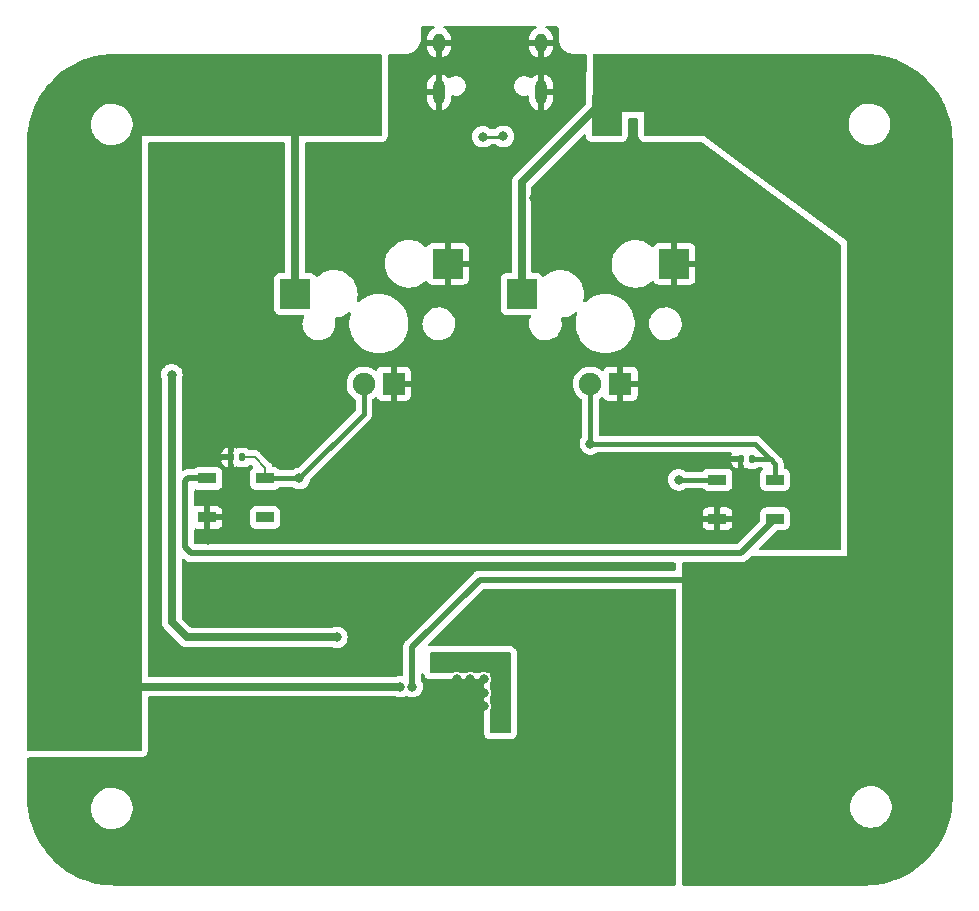
<source format=gbl>
%TF.GenerationSoftware,KiCad,Pcbnew,(6.0.9)*%
%TF.CreationDate,2022-11-13T08:15:32+04:00*%
%TF.ProjectId,osu keyboard,6f737520-6b65-4796-926f-6172642e6b69,rev?*%
%TF.SameCoordinates,Original*%
%TF.FileFunction,Copper,L2,Bot*%
%TF.FilePolarity,Positive*%
%FSLAX46Y46*%
G04 Gerber Fmt 4.6, Leading zero omitted, Abs format (unit mm)*
G04 Created by KiCad (PCBNEW (6.0.9)) date 2022-11-13 08:15:32*
%MOMM*%
%LPD*%
G01*
G04 APERTURE LIST*
G04 Aperture macros list*
%AMRoundRect*
0 Rectangle with rounded corners*
0 $1 Rounding radius*
0 $2 $3 $4 $5 $6 $7 $8 $9 X,Y pos of 4 corners*
0 Add a 4 corners polygon primitive as box body*
4,1,4,$2,$3,$4,$5,$6,$7,$8,$9,$2,$3,0*
0 Add four circle primitives for the rounded corners*
1,1,$1+$1,$2,$3*
1,1,$1+$1,$4,$5*
1,1,$1+$1,$6,$7*
1,1,$1+$1,$8,$9*
0 Add four rect primitives between the rounded corners*
20,1,$1+$1,$2,$3,$4,$5,0*
20,1,$1+$1,$4,$5,$6,$7,0*
20,1,$1+$1,$6,$7,$8,$9,0*
20,1,$1+$1,$8,$9,$2,$3,0*%
G04 Aperture macros list end*
%TA.AperFunction,SMDPad,CuDef*%
%ADD10R,2.550000X2.500000*%
%TD*%
%TA.AperFunction,ComponentPad*%
%ADD11C,1.905000*%
%TD*%
%TA.AperFunction,ComponentPad*%
%ADD12R,1.905000X1.905000*%
%TD*%
%TA.AperFunction,ComponentPad*%
%ADD13O,1.000000X1.600000*%
%TD*%
%TA.AperFunction,ComponentPad*%
%ADD14O,1.000000X2.100000*%
%TD*%
%TA.AperFunction,SMDPad,CuDef*%
%ADD15RoundRect,0.140000X-0.140000X-0.170000X0.140000X-0.170000X0.140000X0.170000X-0.140000X0.170000X0*%
%TD*%
%TA.AperFunction,SMDPad,CuDef*%
%ADD16R,1.500000X0.900000*%
%TD*%
%TA.AperFunction,ViaPad*%
%ADD17C,0.800000*%
%TD*%
%TA.AperFunction,ViaPad*%
%ADD18C,0.500000*%
%TD*%
%TA.AperFunction,Conductor*%
%ADD19C,0.381000*%
%TD*%
%TA.AperFunction,Conductor*%
%ADD20C,0.254000*%
%TD*%
%TA.AperFunction,Conductor*%
%ADD21C,0.508000*%
%TD*%
%TA.AperFunction,Conductor*%
%ADD22C,0.200000*%
%TD*%
%TA.AperFunction,Conductor*%
%ADD23C,0.635000*%
%TD*%
G04 APERTURE END LIST*
D10*
%TO.P,MX0,1,COL*%
%TO.N,/COL0*%
X118391000Y-84455000D03*
%TO.P,MX0,2,ROW*%
%TO.N,GND*%
X131318000Y-81915000D03*
D11*
%TO.P,MX0,3,LED*%
%TO.N,+3V3*%
X124206000Y-92075000D03*
D12*
%TO.P,MX0,4,LEDGND*%
%TO.N,GND*%
X126746000Y-92075000D03*
%TD*%
D13*
%TO.P,USB1,13,SHIELD*%
%TO.N,GND*%
X130566000Y-63201787D03*
X139206000Y-63201787D03*
D14*
X130566000Y-67381787D03*
X139206000Y-67381787D03*
%TD*%
D10*
%TO.P,MX1,1,COL*%
%TO.N,/COL1*%
X137568000Y-84455000D03*
%TO.P,MX1,2,ROW*%
%TO.N,GND*%
X150495000Y-81915000D03*
D11*
%TO.P,MX1,3,LED*%
%TO.N,+3V3*%
X143383000Y-92075000D03*
D12*
%TO.P,MX1,4,LEDGND*%
%TO.N,GND*%
X145923000Y-92075000D03*
%TD*%
D15*
%TO.P,C13,1*%
%TO.N,GND*%
X112931000Y-98311267D03*
%TO.P,C13,2*%
%TO.N,+3V3*%
X113891000Y-98311267D03*
%TD*%
D16*
%TO.P,D4,1,VDD*%
%TO.N,+3V3*%
X159041000Y-100204000D03*
%TO.P,D4,2,DOUT*%
%TO.N,Net-(D1-Pad4)*%
X159041000Y-103504000D03*
%TO.P,D4,3,VSS*%
%TO.N,GND*%
X154141000Y-103504000D03*
%TO.P,D4,4,DIN*%
%TO.N,/UNDERGLOWLED*%
X154141000Y-100204000D03*
%TD*%
D15*
%TO.P,C10,1*%
%TO.N,GND*%
X156111000Y-98438267D03*
%TO.P,C10,2*%
%TO.N,+3V3*%
X157071000Y-98438267D03*
%TD*%
D16*
%TO.P,D1,1,VDD*%
%TO.N,+3V3*%
X115861000Y-100077000D03*
%TO.P,D1,2,DOUT*%
%TO.N,unconnected-(D1-Pad2)*%
X115861000Y-103377000D03*
%TO.P,D1,3,VSS*%
%TO.N,GND*%
X110961000Y-103377000D03*
%TO.P,D1,4,DIN*%
%TO.N,Net-(D1-Pad4)*%
X110961000Y-100077000D03*
%TD*%
D17*
%TO.N,GND*%
X155749214Y-77124787D03*
X132080000Y-118237000D03*
X135243750Y-125741250D03*
X143002000Y-116205000D03*
X133477000Y-111506000D03*
X132080000Y-119380000D03*
X110998000Y-105283000D03*
X109855000Y-87884000D03*
X143891000Y-113792000D03*
X124333000Y-115570000D03*
X130603214Y-69250787D03*
X127762000Y-112141000D03*
X146986214Y-70012787D03*
X125857000Y-121285000D03*
X138604214Y-76362787D03*
X111760000Y-98298000D03*
X120142000Y-105029000D03*
X132207000Y-129667000D03*
X133223000Y-118237000D03*
X133223000Y-117094000D03*
X129413000Y-128397000D03*
X138938000Y-112395000D03*
X138811000Y-122555000D03*
X133223000Y-119380000D03*
X134366000Y-117094000D03*
X132080000Y-117094000D03*
X141906214Y-75092787D03*
X136715500Y-125285500D03*
X131100000Y-123170000D03*
X139112214Y-69250787D03*
X141097000Y-122555000D03*
X134366000Y-118237000D03*
X141351000Y-110236000D03*
X136652000Y-123063000D03*
X134366000Y-119380000D03*
X142621000Y-124333000D03*
D18*
%TO.N,+1V1*%
X131064000Y-116078000D03*
X135382000Y-120396000D03*
X134747000Y-115824000D03*
D17*
%TO.N,+3V3*%
X118745000Y-100076000D03*
X143383000Y-97155000D03*
%TO.N,/UNDERGLOWLED*%
X150876000Y-100203000D03*
%TO.N,/COL0*%
X127297616Y-117710517D03*
%TO.N,/COL1*%
X128297119Y-117710517D03*
%TO.N,/D-*%
X134286214Y-71155787D03*
X136013346Y-71116346D03*
%TO.N,Net-(R3-Pad2)*%
X121920000Y-113538000D03*
X107950000Y-91313000D03*
%TD*%
D19*
%TO.N,GND*%
X110961000Y-103377000D02*
X110961000Y-105119000D01*
D20*
X111773267Y-98311267D02*
X111760000Y-98298000D01*
D19*
X112931000Y-98311267D02*
X111773267Y-98311267D01*
D21*
%TO.N,Net-(D1-Pad4)*%
X110363000Y-106426000D02*
X109601000Y-106426000D01*
X109093000Y-105918000D02*
X109093000Y-100330000D01*
X109346000Y-100077000D02*
X110961000Y-100077000D01*
X156105733Y-106439267D02*
X110376267Y-106439267D01*
X110376267Y-106439267D02*
X110363000Y-106426000D01*
X109093000Y-100330000D02*
X109346000Y-100077000D01*
X109601000Y-106426000D02*
X109093000Y-105918000D01*
X159041000Y-103504000D02*
X156105733Y-106439267D01*
D19*
%TO.N,+3V3*%
X143383000Y-97155000D02*
X143383000Y-92075000D01*
X124206000Y-94615000D02*
X124206000Y-92075000D01*
X157321250Y-97155000D02*
X158604517Y-98438267D01*
D22*
X115861000Y-99210148D02*
X114962119Y-98311267D01*
D19*
X118745000Y-100076000D02*
X115862000Y-100076000D01*
X118745000Y-100076000D02*
X124206000Y-94615000D01*
X115862000Y-100076000D02*
X115861000Y-100077000D01*
D22*
X158623000Y-98419784D02*
X158604517Y-98438267D01*
X115861000Y-100077000D02*
X115861000Y-99210148D01*
D19*
X159041000Y-100204000D02*
X159041000Y-98829148D01*
X159041000Y-98829148D02*
X158650119Y-98438267D01*
X158604517Y-98438267D02*
X157071000Y-98438267D01*
D22*
X158650119Y-98438267D02*
X158604517Y-98438267D01*
X114962119Y-98311267D02*
X113891000Y-98311267D01*
D19*
X143383000Y-97155000D02*
X157321250Y-97155000D01*
%TO.N,/UNDERGLOWLED*%
X154140000Y-100203000D02*
X154141000Y-100204000D01*
X150876000Y-100203000D02*
X154140000Y-100203000D01*
D23*
%TO.N,/COL0*%
X118391000Y-84455000D02*
X118391000Y-70131000D01*
X127297616Y-117710517D02*
X104666483Y-117710517D01*
%TO.N,/COL1*%
X137568000Y-75030000D02*
X144907000Y-67691000D01*
X137568000Y-84455000D02*
X137568000Y-75030000D01*
D21*
X128297119Y-117710517D02*
X128297119Y-114399881D01*
X128297119Y-114399881D02*
X134050000Y-108647000D01*
X134050000Y-108647000D02*
X159196000Y-108647000D01*
D20*
%TO.N,/D-*%
X134286214Y-71155787D02*
X135973905Y-71155787D01*
D22*
X135973905Y-71155787D02*
X136013346Y-71116346D01*
D23*
%TO.N,Net-(R3-Pad2)*%
X109220000Y-113538000D02*
X121920000Y-113538000D01*
X107950000Y-91313000D02*
X107950000Y-112268000D01*
X107950000Y-112268000D02*
X109220000Y-113538000D01*
%TD*%
%TA.AperFunction,Conductor*%
%TO.N,GND*%
G36*
X150558621Y-109429502D02*
G01*
X150605114Y-109483158D01*
X150616500Y-109535500D01*
X150616500Y-134430000D01*
X150596498Y-134498121D01*
X150542842Y-134544614D01*
X150490500Y-134556000D01*
X103173367Y-134556000D01*
X103153982Y-134554500D01*
X103139148Y-134552190D01*
X103139145Y-134552190D01*
X103130276Y-134550809D01*
X103121373Y-134551973D01*
X103121372Y-134551973D01*
X103108126Y-134553705D01*
X103087297Y-134554689D01*
X102843688Y-134545989D01*
X102598514Y-134537232D01*
X102589542Y-134536590D01*
X102071218Y-134480864D01*
X102062315Y-134479584D01*
X101787487Y-134430000D01*
X101549277Y-134387022D01*
X101540491Y-134385111D01*
X101035364Y-134256185D01*
X101026744Y-134253653D01*
X100896089Y-134210167D01*
X100532102Y-134089021D01*
X100523675Y-134085878D01*
X100042035Y-133886376D01*
X100033853Y-133882639D01*
X99567688Y-133649294D01*
X99559794Y-133644984D01*
X99111449Y-133378968D01*
X99103882Y-133374105D01*
X98675661Y-133076786D01*
X98668461Y-133071396D01*
X98262548Y-132744291D01*
X98255750Y-132738401D01*
X97874198Y-132383162D01*
X97867838Y-132376802D01*
X97512599Y-131995250D01*
X97506709Y-131988452D01*
X97179604Y-131582539D01*
X97174214Y-131575339D01*
X96876895Y-131147118D01*
X96872032Y-131139551D01*
X96606016Y-130691206D01*
X96601706Y-130683312D01*
X96368361Y-130217147D01*
X96364624Y-130208965D01*
X96165122Y-129727325D01*
X96161979Y-129718898D01*
X96018394Y-129287494D01*
X95997347Y-129224256D01*
X95994814Y-129215631D01*
X95972747Y-129129171D01*
X95865889Y-128710507D01*
X95863977Y-128701720D01*
X95852449Y-128637821D01*
X95771416Y-128188685D01*
X95770136Y-128179782D01*
X95764102Y-128123655D01*
X101109858Y-128123655D01*
X101145104Y-128382638D01*
X101146412Y-128387124D01*
X101146412Y-128387126D01*
X101166098Y-128454664D01*
X101218243Y-128633567D01*
X101327668Y-128870928D01*
X101330231Y-128874837D01*
X101468410Y-129085596D01*
X101468414Y-129085601D01*
X101470976Y-129089509D01*
X101645018Y-129284506D01*
X101845970Y-129451637D01*
X101849973Y-129454066D01*
X102065422Y-129584804D01*
X102065426Y-129584806D01*
X102069419Y-129587229D01*
X102310455Y-129688303D01*
X102563783Y-129752641D01*
X102568434Y-129753109D01*
X102568438Y-129753110D01*
X102761308Y-129772531D01*
X102780867Y-129774500D01*
X102936354Y-129774500D01*
X102938679Y-129774327D01*
X102938685Y-129774327D01*
X103126000Y-129760407D01*
X103126004Y-129760406D01*
X103130652Y-129760061D01*
X103135200Y-129759032D01*
X103135206Y-129759031D01*
X103321601Y-129716853D01*
X103385577Y-129702377D01*
X103421769Y-129688303D01*
X103624824Y-129609340D01*
X103624827Y-129609339D01*
X103629177Y-129607647D01*
X103856098Y-129477951D01*
X104061357Y-129316138D01*
X104240443Y-129125763D01*
X104389424Y-128911009D01*
X104411284Y-128866682D01*
X104502960Y-128680781D01*
X104502961Y-128680778D01*
X104505025Y-128676593D01*
X104584707Y-128427665D01*
X104626721Y-128169693D01*
X104630142Y-127908345D01*
X104594896Y-127649362D01*
X104580473Y-127599877D01*
X104523068Y-127402932D01*
X104521757Y-127398433D01*
X104412332Y-127161072D01*
X104371882Y-127099376D01*
X104271590Y-126946404D01*
X104271586Y-126946399D01*
X104269024Y-126942491D01*
X104094982Y-126747494D01*
X103894030Y-126580363D01*
X103846844Y-126551730D01*
X103674578Y-126447196D01*
X103674574Y-126447194D01*
X103670581Y-126444771D01*
X103429545Y-126343697D01*
X103176217Y-126279359D01*
X103171566Y-126278891D01*
X103171562Y-126278890D01*
X102962271Y-126257816D01*
X102959133Y-126257500D01*
X102803646Y-126257500D01*
X102801321Y-126257673D01*
X102801315Y-126257673D01*
X102614000Y-126271593D01*
X102613996Y-126271594D01*
X102609348Y-126271939D01*
X102604800Y-126272968D01*
X102604794Y-126272969D01*
X102418399Y-126315147D01*
X102354423Y-126329623D01*
X102350071Y-126331315D01*
X102350069Y-126331316D01*
X102115176Y-126422660D01*
X102115173Y-126422661D01*
X102110823Y-126424353D01*
X101883902Y-126554049D01*
X101678643Y-126715862D01*
X101499557Y-126906237D01*
X101350576Y-127120991D01*
X101348510Y-127125181D01*
X101348508Y-127125184D01*
X101341423Y-127139552D01*
X101234975Y-127355407D01*
X101155293Y-127604335D01*
X101113279Y-127862307D01*
X101109858Y-128123655D01*
X95764102Y-128123655D01*
X95714410Y-127661458D01*
X95713768Y-127652486D01*
X95696716Y-127175025D01*
X95698381Y-127149632D01*
X95699268Y-127144355D01*
X95700076Y-127139552D01*
X95700229Y-127127000D01*
X95696273Y-127099376D01*
X95695000Y-127081514D01*
X95695000Y-123829500D01*
X95715002Y-123761379D01*
X95768658Y-123714886D01*
X95821000Y-123703500D01*
X105284000Y-123703500D01*
X105287346Y-123703140D01*
X105287351Y-123703140D01*
X105389785Y-123692128D01*
X105389792Y-123692127D01*
X105393149Y-123691766D01*
X105396450Y-123691048D01*
X105442210Y-123681094D01*
X105442215Y-123681093D01*
X105445491Y-123680380D01*
X105549657Y-123645710D01*
X105672612Y-123566692D01*
X105726268Y-123520199D01*
X105734297Y-123510933D01*
X105816081Y-123416550D01*
X105816083Y-123416547D01*
X105821982Y-123409739D01*
X105882698Y-123276790D01*
X105902700Y-123208669D01*
X105923500Y-123064000D01*
X105923500Y-118662517D01*
X105943502Y-118594396D01*
X105997158Y-118547903D01*
X106049500Y-118536517D01*
X126892428Y-118536517D01*
X126943677Y-118547410D01*
X127015328Y-118579311D01*
X127108729Y-118599164D01*
X127195672Y-118617645D01*
X127195677Y-118617645D01*
X127202129Y-118619017D01*
X127393103Y-118619017D01*
X127399555Y-118617645D01*
X127399560Y-118617645D01*
X127486503Y-118599164D01*
X127579904Y-118579311D01*
X127746118Y-118505308D01*
X127816485Y-118495874D01*
X127848615Y-118505308D01*
X128008796Y-118576625D01*
X128008804Y-118576628D01*
X128014831Y-118579311D01*
X128108232Y-118599164D01*
X128195175Y-118617645D01*
X128195180Y-118617645D01*
X128201632Y-118619017D01*
X128392606Y-118619017D01*
X128399058Y-118617645D01*
X128399063Y-118617645D01*
X128486006Y-118599164D01*
X128579407Y-118579311D01*
X128649951Y-118547903D01*
X128747841Y-118504320D01*
X128747843Y-118504319D01*
X128753871Y-118501635D01*
X128761801Y-118495874D01*
X128863671Y-118421860D01*
X128908372Y-118389383D01*
X128912794Y-118384472D01*
X129031740Y-118252369D01*
X129031741Y-118252368D01*
X129036159Y-118247461D01*
X129131646Y-118082073D01*
X129190661Y-117900445D01*
X129192066Y-117887082D01*
X129209933Y-117717082D01*
X129210623Y-117710517D01*
X129190661Y-117520589D01*
X129131646Y-117338961D01*
X129076500Y-117243445D01*
X129059619Y-117180446D01*
X129059619Y-116707928D01*
X129079621Y-116639807D01*
X129133277Y-116593314D01*
X129203551Y-116583210D01*
X129268131Y-116612704D01*
X129302594Y-116661099D01*
X129350436Y-116780605D01*
X129376156Y-116825154D01*
X129412242Y-116879392D01*
X129416877Y-116883954D01*
X129509984Y-116975595D01*
X129509987Y-116975597D01*
X129516408Y-116981917D01*
X129524351Y-116986173D01*
X129524353Y-116986174D01*
X129587123Y-117019804D01*
X129645240Y-117050941D01*
X129649466Y-117052479D01*
X129649468Y-117052480D01*
X129665330Y-117058253D01*
X129693578Y-117068534D01*
X129701963Y-117071288D01*
X129719310Y-117076986D01*
X129719315Y-117076987D01*
X129724530Y-117078700D01*
X129758632Y-117083603D01*
X129864752Y-117098861D01*
X129864759Y-117098862D01*
X129869200Y-117099500D01*
X131730082Y-117099500D01*
X131751461Y-117099055D01*
X131756524Y-117098110D01*
X131756528Y-117098110D01*
X131876210Y-117075781D01*
X131878248Y-117075494D01*
X131879920Y-117075088D01*
X131881740Y-117074749D01*
X131890018Y-117073959D01*
X131893548Y-117072546D01*
X131895140Y-117072249D01*
X131906084Y-117068534D01*
X131921203Y-117063402D01*
X131921204Y-117063402D01*
X131933010Y-117059394D01*
X131932324Y-117057373D01*
X131934771Y-117056046D01*
X131959644Y-117046090D01*
X131972996Y-117042256D01*
X131973667Y-117043876D01*
X132031782Y-117019804D01*
X132102372Y-117012215D01*
X132128218Y-117019804D01*
X132168280Y-117036398D01*
X132175104Y-117039465D01*
X132188747Y-117046090D01*
X132200254Y-117051678D01*
X132214180Y-117055054D01*
X132226716Y-117060200D01*
X132226990Y-117059394D01*
X132264240Y-117072039D01*
X132264279Y-117072052D01*
X132264860Y-117072249D01*
X132285248Y-117078700D01*
X132290340Y-117079432D01*
X132290344Y-117079433D01*
X132425470Y-117098861D01*
X132425477Y-117098862D01*
X132429918Y-117099500D01*
X132873082Y-117099500D01*
X132894461Y-117099055D01*
X132899524Y-117098110D01*
X132899528Y-117098110D01*
X133019210Y-117075781D01*
X133021248Y-117075494D01*
X133022920Y-117075088D01*
X133024740Y-117074749D01*
X133033018Y-117073959D01*
X133036548Y-117072546D01*
X133038140Y-117072249D01*
X133049084Y-117068534D01*
X133064203Y-117063402D01*
X133064204Y-117063402D01*
X133076010Y-117059394D01*
X133075324Y-117057373D01*
X133077771Y-117056046D01*
X133102644Y-117046090D01*
X133115996Y-117042256D01*
X133116667Y-117043876D01*
X133174782Y-117019804D01*
X133245372Y-117012215D01*
X133271218Y-117019804D01*
X133311280Y-117036398D01*
X133318104Y-117039465D01*
X133331747Y-117046090D01*
X133343254Y-117051678D01*
X133357180Y-117055054D01*
X133369716Y-117060200D01*
X133369990Y-117059394D01*
X133407240Y-117072039D01*
X133407279Y-117072052D01*
X133407860Y-117072249D01*
X133428248Y-117078700D01*
X133433340Y-117079432D01*
X133433344Y-117079433D01*
X133568470Y-117098861D01*
X133568477Y-117098862D01*
X133572918Y-117099500D01*
X134016082Y-117099500D01*
X134037461Y-117099055D01*
X134042524Y-117098110D01*
X134042528Y-117098110D01*
X134162210Y-117075781D01*
X134164248Y-117075494D01*
X134165920Y-117075088D01*
X134167740Y-117074749D01*
X134176018Y-117073959D01*
X134179548Y-117072546D01*
X134181140Y-117072249D01*
X134192084Y-117068534D01*
X134207203Y-117063402D01*
X134207204Y-117063402D01*
X134219010Y-117059394D01*
X134218324Y-117057373D01*
X134220771Y-117056046D01*
X134245644Y-117046090D01*
X134258995Y-117042254D01*
X134259667Y-117043876D01*
X134271674Y-117038902D01*
X134341852Y-117046424D01*
X134397148Y-117090954D01*
X134419591Y-117158310D01*
X134412252Y-117205452D01*
X134411272Y-117208178D01*
X134408322Y-117214254D01*
X134404947Y-117228178D01*
X134399800Y-117240716D01*
X134400606Y-117240990D01*
X134387751Y-117278860D01*
X134381300Y-117299248D01*
X134380568Y-117304340D01*
X134380567Y-117304344D01*
X134361139Y-117439470D01*
X134361138Y-117439477D01*
X134360500Y-117443918D01*
X134360500Y-117887082D01*
X134360945Y-117908461D01*
X134361890Y-117913524D01*
X134361890Y-117913528D01*
X134384219Y-118033210D01*
X134384506Y-118035248D01*
X134384912Y-118036920D01*
X134385251Y-118038740D01*
X134386041Y-118047018D01*
X134387454Y-118050548D01*
X134387751Y-118052140D01*
X134400606Y-118090010D01*
X134402627Y-118089324D01*
X134403954Y-118091771D01*
X134413910Y-118116644D01*
X134417744Y-118129996D01*
X134416124Y-118130667D01*
X134421308Y-118143182D01*
X134440196Y-118188782D01*
X134447785Y-118259372D01*
X134440196Y-118285218D01*
X134423602Y-118325280D01*
X134420535Y-118332104D01*
X134411274Y-118351175D01*
X134408322Y-118357254D01*
X134404947Y-118371178D01*
X134399800Y-118383716D01*
X134400606Y-118383990D01*
X134387751Y-118421860D01*
X134381300Y-118442248D01*
X134380568Y-118447340D01*
X134380567Y-118447344D01*
X134361139Y-118582470D01*
X134361138Y-118582477D01*
X134360500Y-118586918D01*
X134360500Y-119030082D01*
X134360945Y-119051461D01*
X134361890Y-119056524D01*
X134361890Y-119056528D01*
X134384219Y-119176210D01*
X134384506Y-119178248D01*
X134384912Y-119179920D01*
X134385251Y-119181740D01*
X134386041Y-119190018D01*
X134387454Y-119193548D01*
X134387751Y-119195140D01*
X134400606Y-119233010D01*
X134402627Y-119232324D01*
X134403954Y-119234771D01*
X134413910Y-119259644D01*
X134417744Y-119272996D01*
X134416124Y-119273667D01*
X134421308Y-119286182D01*
X134440196Y-119331782D01*
X134447785Y-119402372D01*
X134440196Y-119428218D01*
X134423602Y-119468280D01*
X134420535Y-119475104D01*
X134411274Y-119494175D01*
X134408322Y-119500254D01*
X134404947Y-119514178D01*
X134399800Y-119526716D01*
X134400606Y-119526990D01*
X134387751Y-119564860D01*
X134381300Y-119585248D01*
X134380568Y-119590340D01*
X134380567Y-119590344D01*
X134361139Y-119725470D01*
X134361138Y-119725477D01*
X134360500Y-119729918D01*
X134360500Y-121590800D01*
X134362453Y-121635538D01*
X134363595Y-121648596D01*
X134376116Y-121724917D01*
X134430436Y-121860605D01*
X134456156Y-121905154D01*
X134492242Y-121959392D01*
X134496877Y-121963954D01*
X134589984Y-122055595D01*
X134589987Y-122055597D01*
X134596408Y-122061917D01*
X134604351Y-122066173D01*
X134604353Y-122066174D01*
X134637334Y-122083844D01*
X134725240Y-122130941D01*
X134729466Y-122132479D01*
X134729468Y-122132480D01*
X134753482Y-122141220D01*
X134773578Y-122148534D01*
X134785010Y-122152289D01*
X134799310Y-122156986D01*
X134799315Y-122156987D01*
X134804530Y-122158700D01*
X134838632Y-122163603D01*
X134944752Y-122178861D01*
X134944759Y-122178862D01*
X134949200Y-122179500D01*
X136576800Y-122179500D01*
X136578170Y-122179440D01*
X136578179Y-122179440D01*
X136591735Y-122178848D01*
X136621538Y-122177547D01*
X136622905Y-122177427D01*
X136622912Y-122177427D01*
X136628057Y-122176977D01*
X136634596Y-122176405D01*
X136710917Y-122163884D01*
X136846605Y-122109564D01*
X136891154Y-122083844D01*
X136945392Y-122047758D01*
X137027876Y-121963954D01*
X137041595Y-121950016D01*
X137041597Y-121950013D01*
X137047917Y-121943592D01*
X137116941Y-121814760D01*
X137134534Y-121766422D01*
X137144700Y-121735470D01*
X137156855Y-121650930D01*
X137164861Y-121595248D01*
X137164862Y-121595241D01*
X137165500Y-121590800D01*
X137165500Y-114883200D01*
X137163547Y-114838462D01*
X137162405Y-114825404D01*
X137149884Y-114749083D01*
X137095564Y-114613395D01*
X137069844Y-114568846D01*
X137033758Y-114514608D01*
X136943978Y-114426242D01*
X136936016Y-114418405D01*
X136936013Y-114418403D01*
X136929592Y-114412083D01*
X136921649Y-114407827D01*
X136921647Y-114407826D01*
X136804728Y-114345185D01*
X136804729Y-114345185D01*
X136800760Y-114343059D01*
X136796534Y-114341521D01*
X136796532Y-114341520D01*
X136762456Y-114329118D01*
X136752422Y-114325466D01*
X136739711Y-114321291D01*
X136726690Y-114317014D01*
X136726685Y-114317013D01*
X136721470Y-114315300D01*
X136685414Y-114310116D01*
X136581248Y-114295139D01*
X136581241Y-114295138D01*
X136576800Y-114294500D01*
X129869200Y-114294500D01*
X129867830Y-114294560D01*
X129867821Y-114294560D01*
X129854562Y-114295139D01*
X129824462Y-114296453D01*
X129823095Y-114296573D01*
X129823088Y-114296573D01*
X129817943Y-114297023D01*
X129811404Y-114297595D01*
X129809078Y-114297977D01*
X129809059Y-114297979D01*
X129798566Y-114299701D01*
X129728105Y-114290993D01*
X129673538Y-114245574D01*
X129652189Y-114177863D01*
X129670836Y-114109359D01*
X129689069Y-114086269D01*
X134328933Y-109446405D01*
X134391245Y-109412379D01*
X134418028Y-109409500D01*
X150490500Y-109409500D01*
X150558621Y-109429502D01*
G37*
%TD.AperFunction*%
%TA.AperFunction,Conductor*%
G36*
X130140370Y-61774252D02*
G01*
X130186863Y-61827908D01*
X130196967Y-61898182D01*
X130167473Y-61962762D01*
X130130624Y-61991912D01*
X130016846Y-62051394D01*
X130006585Y-62058108D01*
X129862127Y-62174255D01*
X129853368Y-62182833D01*
X129734222Y-62324826D01*
X129727292Y-62334946D01*
X129637998Y-62497372D01*
X129633166Y-62508645D01*
X129577120Y-62685325D01*
X129574570Y-62697319D01*
X129558393Y-62841548D01*
X129558000Y-62848572D01*
X129558000Y-62929672D01*
X129562475Y-62944911D01*
X129563865Y-62946116D01*
X129571548Y-62947787D01*
X131555885Y-62947787D01*
X131571124Y-62943312D01*
X131572329Y-62941922D01*
X131574000Y-62934239D01*
X131574000Y-62855130D01*
X131573699Y-62848982D01*
X131560188Y-62711184D01*
X131557805Y-62699149D01*
X131504233Y-62521711D01*
X131499559Y-62510371D01*
X131412540Y-62346710D01*
X131405751Y-62336493D01*
X131288603Y-62192854D01*
X131279959Y-62184150D01*
X131137144Y-62066003D01*
X131126973Y-62059143D01*
X131001105Y-61991086D01*
X130950696Y-61941091D01*
X130935319Y-61871780D01*
X130959855Y-61805158D01*
X131016515Y-61762377D01*
X131061034Y-61754250D01*
X138712249Y-61754250D01*
X138780370Y-61774252D01*
X138826863Y-61827908D01*
X138836967Y-61898182D01*
X138807473Y-61962762D01*
X138770624Y-61991912D01*
X138656846Y-62051394D01*
X138646585Y-62058108D01*
X138502127Y-62174255D01*
X138493368Y-62182833D01*
X138374222Y-62324826D01*
X138367292Y-62334946D01*
X138277998Y-62497372D01*
X138273166Y-62508645D01*
X138217120Y-62685325D01*
X138214570Y-62697319D01*
X138198393Y-62841548D01*
X138198000Y-62848572D01*
X138198000Y-62929672D01*
X138202475Y-62944911D01*
X138203865Y-62946116D01*
X138211548Y-62947787D01*
X140195885Y-62947787D01*
X140211124Y-62943312D01*
X140212329Y-62941922D01*
X140214000Y-62934239D01*
X140214000Y-62855130D01*
X140213699Y-62848982D01*
X140200188Y-62711184D01*
X140197805Y-62699149D01*
X140144233Y-62521711D01*
X140139559Y-62510371D01*
X140052540Y-62346710D01*
X140045751Y-62336493D01*
X139928603Y-62192854D01*
X139919959Y-62184150D01*
X139777144Y-62066003D01*
X139766973Y-62059143D01*
X139641105Y-61991086D01*
X139590696Y-61941091D01*
X139575319Y-61871780D01*
X139599855Y-61805158D01*
X139656515Y-61762377D01*
X139701034Y-61754250D01*
X140380860Y-61754250D01*
X140400253Y-61755751D01*
X140423942Y-61759441D01*
X140432848Y-61758277D01*
X140441816Y-61758387D01*
X140441806Y-61759203D01*
X140463318Y-61759494D01*
X140498679Y-61765096D01*
X140536166Y-61777278D01*
X140580143Y-61799686D01*
X140612032Y-61822854D01*
X140646935Y-61857755D01*
X140670105Y-61889643D01*
X140692515Y-61933618D01*
X140704698Y-61971101D01*
X140710118Y-62005293D01*
X140711566Y-62025205D01*
X140710308Y-62033289D01*
X140712764Y-62052052D01*
X140714434Y-62064811D01*
X140715500Y-62081164D01*
X140715500Y-62780021D01*
X140713755Y-62800918D01*
X140710423Y-62820730D01*
X140710271Y-62833282D01*
X140710959Y-62838087D01*
X140710960Y-62838097D01*
X140712371Y-62847942D01*
X140713255Y-62855907D01*
X140727566Y-63037620D01*
X140745951Y-63114184D01*
X140763261Y-63186270D01*
X140775424Y-63236924D01*
X140853869Y-63426289D01*
X140856454Y-63430508D01*
X140856456Y-63430511D01*
X140928729Y-63548444D01*
X140960969Y-63601053D01*
X141094087Y-63756913D01*
X141249947Y-63890031D01*
X141254170Y-63892619D01*
X141420489Y-63994544D01*
X141420492Y-63994546D01*
X141424711Y-63997131D01*
X141429283Y-63999025D01*
X141429285Y-63999026D01*
X141501844Y-64029084D01*
X141614076Y-64075576D01*
X141618893Y-64076733D01*
X141618897Y-64076734D01*
X141713728Y-64099505D01*
X141813380Y-64123434D01*
X141892756Y-64129685D01*
X141976885Y-64136311D01*
X141987905Y-64137670D01*
X142000364Y-64139767D01*
X142000367Y-64139767D01*
X142005166Y-64140575D01*
X142010024Y-64140635D01*
X142010028Y-64140635D01*
X142011351Y-64140651D01*
X142017718Y-64140729D01*
X142045368Y-64136771D01*
X142063222Y-64135500D01*
X142956182Y-64135500D01*
X143024303Y-64155502D01*
X143070796Y-64209158D01*
X143082172Y-64263075D01*
X143046419Y-67123312D01*
X143031421Y-68323203D01*
X143031109Y-68348125D01*
X143010257Y-68415990D01*
X142994214Y-68435645D01*
X137012245Y-74417615D01*
X137004478Y-74424758D01*
X136966307Y-74457015D01*
X136962164Y-74462434D01*
X136962163Y-74462435D01*
X136918869Y-74519062D01*
X136916971Y-74521482D01*
X136868031Y-74582350D01*
X136864998Y-74588460D01*
X136863696Y-74590496D01*
X136863377Y-74590952D01*
X136862967Y-74591610D01*
X136862698Y-74592100D01*
X136861447Y-74594166D01*
X136857303Y-74599586D01*
X136824305Y-74670351D01*
X136822971Y-74673122D01*
X136788233Y-74743102D01*
X136786581Y-74749727D01*
X136785747Y-74751994D01*
X136785528Y-74752519D01*
X136785279Y-74753223D01*
X136785117Y-74753773D01*
X136784339Y-74756057D01*
X136781457Y-74762239D01*
X136779969Y-74768897D01*
X136779966Y-74768905D01*
X136764419Y-74838458D01*
X136763711Y-74841454D01*
X136746467Y-74910615D01*
X136744816Y-74917238D01*
X136744625Y-74924059D01*
X136744297Y-74926456D01*
X136744096Y-74927570D01*
X136743434Y-74932344D01*
X136742307Y-74937384D01*
X136742000Y-74942875D01*
X136742000Y-75016289D01*
X136741951Y-75019807D01*
X136739805Y-75096635D01*
X136741084Y-75103342D01*
X136741594Y-75109677D01*
X136742000Y-75119784D01*
X136742000Y-82570500D01*
X136721998Y-82638621D01*
X136668342Y-82685114D01*
X136616000Y-82696500D01*
X136244866Y-82696500D01*
X136182684Y-82703255D01*
X136046295Y-82754385D01*
X135929739Y-82841739D01*
X135842385Y-82958295D01*
X135791255Y-83094684D01*
X135784500Y-83156866D01*
X135784500Y-85753134D01*
X135791255Y-85815316D01*
X135842385Y-85951705D01*
X135929739Y-86068261D01*
X136046295Y-86155615D01*
X136182684Y-86206745D01*
X136244866Y-86213500D01*
X138212840Y-86213500D01*
X138280961Y-86233502D01*
X138327454Y-86287158D01*
X138337558Y-86357432D01*
X138325157Y-86396605D01*
X138286513Y-86472612D01*
X138216889Y-86696840D01*
X138216188Y-86702129D01*
X138199092Y-86831116D01*
X138186039Y-86929593D01*
X138194848Y-87164216D01*
X138195943Y-87169434D01*
X138220794Y-87287871D01*
X138243062Y-87394001D01*
X138329302Y-87612377D01*
X138451104Y-87813100D01*
X138604985Y-87990432D01*
X138609117Y-87993820D01*
X138782416Y-88135917D01*
X138782422Y-88135921D01*
X138786544Y-88139301D01*
X138791180Y-88141940D01*
X138791183Y-88141942D01*
X138902408Y-88205255D01*
X138990590Y-88255451D01*
X139211289Y-88335561D01*
X139216538Y-88336510D01*
X139216541Y-88336511D01*
X139297615Y-88351171D01*
X139442330Y-88377340D01*
X139446469Y-88377535D01*
X139446476Y-88377536D01*
X139465440Y-88378430D01*
X139465449Y-88378430D01*
X139466929Y-88378500D01*
X139631950Y-88378500D01*
X139713299Y-88371597D01*
X139801637Y-88364102D01*
X139801641Y-88364101D01*
X139806948Y-88363651D01*
X139812103Y-88362313D01*
X139812109Y-88362312D01*
X140029035Y-88306009D01*
X140029034Y-88306009D01*
X140034206Y-88304667D01*
X140039072Y-88302475D01*
X140039075Y-88302474D01*
X140243417Y-88210424D01*
X140243420Y-88210423D01*
X140248278Y-88208234D01*
X140443041Y-88077112D01*
X140612927Y-87915049D01*
X140753078Y-87726679D01*
X140813719Y-87607408D01*
X140857069Y-87522144D01*
X140857069Y-87522143D01*
X140859487Y-87517388D01*
X140929111Y-87293160D01*
X140946202Y-87164216D01*
X140959261Y-87065690D01*
X140959261Y-87065687D01*
X140959961Y-87060407D01*
X140951152Y-86825784D01*
X140938690Y-86766392D01*
X140905373Y-86607602D01*
X140910960Y-86536826D01*
X140953925Y-86480305D01*
X141019898Y-86456035D01*
X141053355Y-86453696D01*
X141118828Y-86449118D01*
X141118834Y-86449117D01*
X141123212Y-86448811D01*
X141397970Y-86390409D01*
X141402099Y-86388906D01*
X141402103Y-86388905D01*
X141657781Y-86295846D01*
X141657785Y-86295844D01*
X141661926Y-86294337D01*
X141909942Y-86162464D01*
X142094327Y-86028501D01*
X142161195Y-86004642D01*
X142230347Y-86020723D01*
X142279827Y-86071637D01*
X142293926Y-86141220D01*
X142285540Y-86176820D01*
X142268370Y-86220187D01*
X142190064Y-86525170D01*
X142150600Y-86837562D01*
X142150600Y-87152438D01*
X142190064Y-87464830D01*
X142268370Y-87769813D01*
X142384284Y-88062577D01*
X142386186Y-88066036D01*
X142386187Y-88066039D01*
X142518112Y-88306009D01*
X142535976Y-88338504D01*
X142721055Y-88593244D01*
X142936602Y-88822778D01*
X143179218Y-89023487D01*
X143445076Y-89192206D01*
X143448655Y-89193890D01*
X143448662Y-89193894D01*
X143726394Y-89324584D01*
X143726398Y-89324586D01*
X143729984Y-89326273D01*
X144029448Y-89423575D01*
X144338746Y-89482577D01*
X144432300Y-89488463D01*
X144572358Y-89497275D01*
X144572374Y-89497276D01*
X144574353Y-89497400D01*
X144731647Y-89497400D01*
X144733626Y-89497276D01*
X144733642Y-89497275D01*
X144873700Y-89488463D01*
X144967254Y-89482577D01*
X145276552Y-89423575D01*
X145576016Y-89326273D01*
X145579602Y-89324586D01*
X145579606Y-89324584D01*
X145857338Y-89193894D01*
X145857345Y-89193890D01*
X145860924Y-89192206D01*
X146126782Y-89023487D01*
X146369398Y-88822778D01*
X146584945Y-88593244D01*
X146770024Y-88338504D01*
X146787889Y-88306009D01*
X146919813Y-88066039D01*
X146919814Y-88066036D01*
X146921716Y-88062577D01*
X147037630Y-87769813D01*
X147115936Y-87464830D01*
X147155400Y-87152438D01*
X147155400Y-86929593D01*
X148346039Y-86929593D01*
X148354848Y-87164216D01*
X148355943Y-87169434D01*
X148380794Y-87287871D01*
X148403062Y-87394001D01*
X148489302Y-87612377D01*
X148611104Y-87813100D01*
X148764985Y-87990432D01*
X148769117Y-87993820D01*
X148942416Y-88135917D01*
X148942422Y-88135921D01*
X148946544Y-88139301D01*
X148951180Y-88141940D01*
X148951183Y-88141942D01*
X149062408Y-88205255D01*
X149150590Y-88255451D01*
X149371289Y-88335561D01*
X149376538Y-88336510D01*
X149376541Y-88336511D01*
X149457615Y-88351171D01*
X149602330Y-88377340D01*
X149606469Y-88377535D01*
X149606476Y-88377536D01*
X149625440Y-88378430D01*
X149625449Y-88378430D01*
X149626929Y-88378500D01*
X149791950Y-88378500D01*
X149873299Y-88371597D01*
X149961637Y-88364102D01*
X149961641Y-88364101D01*
X149966948Y-88363651D01*
X149972103Y-88362313D01*
X149972109Y-88362312D01*
X150189035Y-88306009D01*
X150189034Y-88306009D01*
X150194206Y-88304667D01*
X150199072Y-88302475D01*
X150199075Y-88302474D01*
X150403417Y-88210424D01*
X150403420Y-88210423D01*
X150408278Y-88208234D01*
X150603041Y-88077112D01*
X150772927Y-87915049D01*
X150913078Y-87726679D01*
X150973719Y-87607408D01*
X151017069Y-87522144D01*
X151017069Y-87522143D01*
X151019487Y-87517388D01*
X151089111Y-87293160D01*
X151106202Y-87164216D01*
X151119261Y-87065690D01*
X151119261Y-87065687D01*
X151119961Y-87060407D01*
X151111152Y-86825784D01*
X151093358Y-86740978D01*
X151064035Y-86601226D01*
X151064034Y-86601223D01*
X151062938Y-86595999D01*
X150976698Y-86377623D01*
X150878936Y-86216517D01*
X150857664Y-86181461D01*
X150857662Y-86181458D01*
X150854896Y-86176900D01*
X150701015Y-85999568D01*
X150632388Y-85943297D01*
X150523584Y-85854083D01*
X150523578Y-85854079D01*
X150519456Y-85850699D01*
X150514820Y-85848060D01*
X150514817Y-85848058D01*
X150320053Y-85737192D01*
X150315410Y-85734549D01*
X150094711Y-85654439D01*
X150089462Y-85653490D01*
X150089459Y-85653489D01*
X150008385Y-85638829D01*
X149863670Y-85612660D01*
X149859531Y-85612465D01*
X149859524Y-85612464D01*
X149840560Y-85611570D01*
X149840551Y-85611570D01*
X149839071Y-85611500D01*
X149674050Y-85611500D01*
X149592701Y-85618403D01*
X149504363Y-85625898D01*
X149504359Y-85625899D01*
X149499052Y-85626349D01*
X149493897Y-85627687D01*
X149493891Y-85627688D01*
X149316177Y-85673814D01*
X149271794Y-85685333D01*
X149266928Y-85687525D01*
X149266925Y-85687526D01*
X149062583Y-85779576D01*
X149062580Y-85779577D01*
X149057722Y-85781766D01*
X148862959Y-85912888D01*
X148693073Y-86074951D01*
X148552922Y-86263321D01*
X148550506Y-86268072D01*
X148550504Y-86268076D01*
X148489072Y-86388905D01*
X148446513Y-86472612D01*
X148376889Y-86696840D01*
X148376188Y-86702129D01*
X148359092Y-86831116D01*
X148346039Y-86929593D01*
X147155400Y-86929593D01*
X147155400Y-86837562D01*
X147115936Y-86525170D01*
X147037630Y-86220187D01*
X146921716Y-85927423D01*
X146915749Y-85916569D01*
X146771933Y-85654968D01*
X146771931Y-85654965D01*
X146770024Y-85651496D01*
X146584945Y-85396756D01*
X146369398Y-85167222D01*
X146126782Y-84966513D01*
X145860924Y-84797794D01*
X145857345Y-84796110D01*
X145857338Y-84796106D01*
X145579606Y-84665416D01*
X145579602Y-84665414D01*
X145576016Y-84663727D01*
X145276552Y-84566425D01*
X144967254Y-84507423D01*
X144873700Y-84501537D01*
X144733642Y-84492725D01*
X144733626Y-84492724D01*
X144731647Y-84492600D01*
X144574353Y-84492600D01*
X144572374Y-84492724D01*
X144572358Y-84492725D01*
X144432300Y-84501537D01*
X144338746Y-84507423D01*
X144029448Y-84566425D01*
X143729984Y-84663727D01*
X143726398Y-84665414D01*
X143726394Y-84665416D01*
X143448662Y-84796106D01*
X143448655Y-84796110D01*
X143445076Y-84797794D01*
X143179218Y-84966513D01*
X143099249Y-85032669D01*
X142978413Y-85132633D01*
X142913176Y-85160643D01*
X142843151Y-85148936D01*
X142790571Y-85101229D01*
X142772131Y-85032669D01*
X142775841Y-85005066D01*
X142824753Y-84808893D01*
X142824754Y-84808888D01*
X142825817Y-84804624D01*
X142826713Y-84796106D01*
X142854719Y-84529636D01*
X142854719Y-84529633D01*
X142855178Y-84525267D01*
X142854555Y-84507423D01*
X142845529Y-84248939D01*
X142845528Y-84248933D01*
X142845375Y-84244542D01*
X142796598Y-83967913D01*
X142709797Y-83700765D01*
X142706750Y-83694516D01*
X142652687Y-83583672D01*
X142586660Y-83448298D01*
X142584205Y-83444659D01*
X142584202Y-83444653D01*
X142511110Y-83336290D01*
X142429585Y-83215424D01*
X142241629Y-83006678D01*
X142026450Y-82826121D01*
X141788236Y-82677269D01*
X141531625Y-82563018D01*
X141261610Y-82485593D01*
X141257260Y-82484982D01*
X141257257Y-82484981D01*
X141154310Y-82470513D01*
X140983448Y-82446500D01*
X140772854Y-82446500D01*
X140770668Y-82446653D01*
X140770664Y-82446653D01*
X140567173Y-82460882D01*
X140567168Y-82460883D01*
X140562788Y-82461189D01*
X140288030Y-82519591D01*
X140283901Y-82521094D01*
X140283897Y-82521095D01*
X140028219Y-82614154D01*
X140028215Y-82614156D01*
X140024074Y-82615663D01*
X139776058Y-82747536D01*
X139772499Y-82750122D01*
X139772497Y-82750123D01*
X139636516Y-82848919D01*
X139548808Y-82912642D01*
X139545644Y-82915698D01*
X139545641Y-82915700D01*
X139483337Y-82975867D01*
X139420441Y-83008799D01*
X139349724Y-83002499D01*
X139293960Y-82959215D01*
X139293615Y-82958295D01*
X139206261Y-82841739D01*
X139089705Y-82754385D01*
X138953316Y-82703255D01*
X138891134Y-82696500D01*
X138520000Y-82696500D01*
X138451879Y-82676498D01*
X138405386Y-82622842D01*
X138394000Y-82570500D01*
X138394000Y-81844733D01*
X145180822Y-81844733D01*
X145190625Y-82125458D01*
X145191387Y-82129781D01*
X145191388Y-82129788D01*
X145215164Y-82264624D01*
X145239402Y-82402087D01*
X145326203Y-82669235D01*
X145328131Y-82673188D01*
X145328133Y-82673193D01*
X145383313Y-82786328D01*
X145449340Y-82921702D01*
X145451795Y-82925341D01*
X145451798Y-82925347D01*
X145503838Y-83002499D01*
X145606415Y-83154576D01*
X145609360Y-83157847D01*
X145609361Y-83157848D01*
X145656024Y-83209672D01*
X145794371Y-83363322D01*
X146009550Y-83543879D01*
X146247764Y-83692731D01*
X146504375Y-83806982D01*
X146774390Y-83884407D01*
X146778740Y-83885018D01*
X146778743Y-83885019D01*
X146881690Y-83899487D01*
X147052552Y-83923500D01*
X147263146Y-83923500D01*
X147265332Y-83923347D01*
X147265336Y-83923347D01*
X147468827Y-83909118D01*
X147468832Y-83909117D01*
X147473212Y-83908811D01*
X147747970Y-83850409D01*
X147752099Y-83848906D01*
X147752103Y-83848905D01*
X148007781Y-83755846D01*
X148007785Y-83755844D01*
X148011926Y-83754337D01*
X148259942Y-83622464D01*
X148263503Y-83619877D01*
X148483629Y-83459947D01*
X148483632Y-83459944D01*
X148487192Y-83457358D01*
X148492482Y-83452250D01*
X148570702Y-83376713D01*
X148633598Y-83343781D01*
X148704315Y-83350081D01*
X148760399Y-83393613D01*
X148768749Y-83406841D01*
X148775212Y-83418646D01*
X148851715Y-83520724D01*
X148864276Y-83533285D01*
X148966351Y-83609786D01*
X148981946Y-83618324D01*
X149102394Y-83663478D01*
X149117649Y-83667105D01*
X149168514Y-83672631D01*
X149175328Y-83673000D01*
X150222885Y-83673000D01*
X150238124Y-83668525D01*
X150239329Y-83667135D01*
X150241000Y-83659452D01*
X150241000Y-83654884D01*
X150749000Y-83654884D01*
X150753475Y-83670123D01*
X150754865Y-83671328D01*
X150762548Y-83672999D01*
X151814669Y-83672999D01*
X151821490Y-83672629D01*
X151872352Y-83667105D01*
X151887604Y-83663479D01*
X152008054Y-83618324D01*
X152023649Y-83609786D01*
X152125724Y-83533285D01*
X152138285Y-83520724D01*
X152214786Y-83418649D01*
X152223324Y-83403054D01*
X152268478Y-83282606D01*
X152272105Y-83267351D01*
X152277631Y-83216486D01*
X152278000Y-83209672D01*
X152278000Y-82187115D01*
X152273525Y-82171876D01*
X152272135Y-82170671D01*
X152264452Y-82169000D01*
X150767115Y-82169000D01*
X150751876Y-82173475D01*
X150750671Y-82174865D01*
X150749000Y-82182548D01*
X150749000Y-83654884D01*
X150241000Y-83654884D01*
X150241000Y-81642885D01*
X150749000Y-81642885D01*
X150753475Y-81658124D01*
X150754865Y-81659329D01*
X150762548Y-81661000D01*
X152259884Y-81661000D01*
X152275123Y-81656525D01*
X152276328Y-81655135D01*
X152277999Y-81647452D01*
X152277999Y-80620331D01*
X152277629Y-80613510D01*
X152272105Y-80562648D01*
X152268479Y-80547396D01*
X152223324Y-80426946D01*
X152214786Y-80411351D01*
X152138285Y-80309276D01*
X152125724Y-80296715D01*
X152023649Y-80220214D01*
X152008054Y-80211676D01*
X151887606Y-80166522D01*
X151872351Y-80162895D01*
X151821486Y-80157369D01*
X151814672Y-80157000D01*
X150767115Y-80157000D01*
X150751876Y-80161475D01*
X150750671Y-80162865D01*
X150749000Y-80170548D01*
X150749000Y-81642885D01*
X150241000Y-81642885D01*
X150241000Y-80175116D01*
X150236525Y-80159877D01*
X150235135Y-80158672D01*
X150227452Y-80157001D01*
X149175331Y-80157001D01*
X149168510Y-80157371D01*
X149117648Y-80162895D01*
X149102396Y-80166521D01*
X148981946Y-80211676D01*
X148966351Y-80220214D01*
X148864276Y-80296715D01*
X148851715Y-80309276D01*
X148775210Y-80411356D01*
X148770462Y-80420029D01*
X148720204Y-80470174D01*
X148650813Y-80485188D01*
X148578952Y-80456040D01*
X148379829Y-80288956D01*
X148379826Y-80288954D01*
X148376450Y-80286121D01*
X148138236Y-80137269D01*
X147881625Y-80023018D01*
X147611610Y-79945593D01*
X147607260Y-79944982D01*
X147607257Y-79944981D01*
X147504310Y-79930513D01*
X147333448Y-79906500D01*
X147122854Y-79906500D01*
X147120668Y-79906653D01*
X147120664Y-79906653D01*
X146917173Y-79920882D01*
X146917168Y-79920883D01*
X146912788Y-79921189D01*
X146638030Y-79979591D01*
X146633901Y-79981094D01*
X146633897Y-79981095D01*
X146378219Y-80074154D01*
X146378215Y-80074156D01*
X146374074Y-80075663D01*
X146126058Y-80207536D01*
X146122499Y-80210122D01*
X146122497Y-80210123D01*
X146017895Y-80286121D01*
X145898808Y-80372642D01*
X145895644Y-80375698D01*
X145895641Y-80375700D01*
X145812447Y-80456040D01*
X145696748Y-80567769D01*
X145523812Y-80789118D01*
X145521616Y-80792922D01*
X145521611Y-80792929D01*
X145455003Y-80908298D01*
X145383364Y-81032381D01*
X145278138Y-81292824D01*
X145210183Y-81565376D01*
X145209724Y-81569744D01*
X145209723Y-81569749D01*
X145195556Y-81704542D01*
X145180822Y-81844733D01*
X138394000Y-81844733D01*
X138394000Y-75424331D01*
X138414002Y-75356210D01*
X138430905Y-75335236D01*
X142790185Y-70975956D01*
X142852497Y-70941930D01*
X142923312Y-70946995D01*
X142980148Y-70989542D01*
X143004679Y-71052758D01*
X143009157Y-71098435D01*
X143020533Y-71152352D01*
X143055875Y-71259657D01*
X143134893Y-71382612D01*
X143181386Y-71436268D01*
X143184779Y-71439208D01*
X143285035Y-71526081D01*
X143285038Y-71526083D01*
X143291846Y-71531982D01*
X143424795Y-71592698D01*
X143442580Y-71597920D01*
X143488593Y-71611431D01*
X143488597Y-71611432D01*
X143492916Y-71612700D01*
X143497365Y-71613340D01*
X143497371Y-71613341D01*
X143633138Y-71632861D01*
X143633143Y-71632861D01*
X143637585Y-71633500D01*
X145924000Y-71633500D01*
X145927346Y-71633140D01*
X145927351Y-71633140D01*
X146029785Y-71622128D01*
X146029792Y-71622127D01*
X146033149Y-71621766D01*
X146036450Y-71621048D01*
X146082210Y-71611094D01*
X146082215Y-71611093D01*
X146085491Y-71610380D01*
X146189657Y-71575710D01*
X146312612Y-71496692D01*
X146322757Y-71487902D01*
X146362875Y-71453139D01*
X146366268Y-71450199D01*
X146421888Y-71386010D01*
X146456081Y-71346550D01*
X146456083Y-71346547D01*
X146461982Y-71339739D01*
X146522698Y-71206790D01*
X146537674Y-71155787D01*
X146541431Y-71142992D01*
X146541432Y-71142988D01*
X146542700Y-71138669D01*
X146546854Y-71109781D01*
X146562861Y-70998447D01*
X146562861Y-70998442D01*
X146563500Y-70994000D01*
X146563500Y-69727500D01*
X146583502Y-69659379D01*
X146637158Y-69612886D01*
X146689500Y-69601500D01*
X147315500Y-69601500D01*
X147383621Y-69621502D01*
X147430114Y-69675158D01*
X147441500Y-69727500D01*
X147441500Y-70994000D01*
X147441860Y-70997346D01*
X147441860Y-70997351D01*
X147452357Y-71094987D01*
X147453234Y-71103149D01*
X147453952Y-71106449D01*
X147453952Y-71106450D01*
X147460961Y-71138669D01*
X147464620Y-71155491D01*
X147499290Y-71259657D01*
X147578308Y-71382612D01*
X147624801Y-71436268D01*
X147628194Y-71439208D01*
X147728450Y-71526081D01*
X147728453Y-71526083D01*
X147735261Y-71531982D01*
X147868210Y-71592698D01*
X147885995Y-71597920D01*
X147932008Y-71611431D01*
X147932012Y-71611432D01*
X147936331Y-71612700D01*
X147940780Y-71613340D01*
X147940786Y-71613341D01*
X148076553Y-71632861D01*
X148076558Y-71632861D01*
X148081000Y-71633500D01*
X152824839Y-71633500D01*
X152892960Y-71653502D01*
X152899582Y-71658063D01*
X164535243Y-80231708D01*
X164578219Y-80288220D01*
X164586500Y-80333145D01*
X164586500Y-106040500D01*
X164566498Y-106108621D01*
X164512842Y-106155114D01*
X164460500Y-106166500D01*
X157761028Y-106166500D01*
X157692907Y-106146498D01*
X157646414Y-106092842D01*
X157636310Y-106022568D01*
X157665804Y-105957988D01*
X157671933Y-105951405D01*
X159123933Y-104499405D01*
X159186245Y-104465379D01*
X159213028Y-104462500D01*
X159839134Y-104462500D01*
X159901316Y-104455745D01*
X160037705Y-104404615D01*
X160154261Y-104317261D01*
X160241615Y-104200705D01*
X160292745Y-104064316D01*
X160299500Y-104002134D01*
X160299500Y-103005866D01*
X160292745Y-102943684D01*
X160241615Y-102807295D01*
X160154261Y-102690739D01*
X160037705Y-102603385D01*
X159901316Y-102552255D01*
X159839134Y-102545500D01*
X158242866Y-102545500D01*
X158180684Y-102552255D01*
X158044295Y-102603385D01*
X157927739Y-102690739D01*
X157840385Y-102807295D01*
X157789255Y-102943684D01*
X157782500Y-103005866D01*
X157782500Y-103631972D01*
X157762498Y-103700093D01*
X157745595Y-103721067D01*
X155826800Y-105639862D01*
X155764488Y-105673888D01*
X155737705Y-105676767D01*
X110524453Y-105676767D01*
X110494505Y-105673156D01*
X110492812Y-105672742D01*
X110457888Y-105664196D01*
X110452286Y-105663848D01*
X110452283Y-105663848D01*
X110446670Y-105663500D01*
X110446672Y-105663461D01*
X110442771Y-105663228D01*
X110438412Y-105662839D01*
X110431244Y-105661348D01*
X110423927Y-105661546D01*
X110353423Y-105663454D01*
X110350014Y-105663500D01*
X109981500Y-105663500D01*
X109913379Y-105643498D01*
X109866886Y-105589842D01*
X109855500Y-105537500D01*
X109855500Y-104418094D01*
X109875502Y-104349973D01*
X109929158Y-104303480D01*
X109999432Y-104293376D01*
X110025730Y-104300112D01*
X110093394Y-104325478D01*
X110108649Y-104329105D01*
X110159514Y-104334631D01*
X110166328Y-104335000D01*
X110688885Y-104335000D01*
X110704124Y-104330525D01*
X110705329Y-104329135D01*
X110707000Y-104321452D01*
X110707000Y-104316884D01*
X111215000Y-104316884D01*
X111219475Y-104332123D01*
X111220865Y-104333328D01*
X111228548Y-104334999D01*
X111755669Y-104334999D01*
X111762490Y-104334629D01*
X111813352Y-104329105D01*
X111828604Y-104325479D01*
X111949054Y-104280324D01*
X111964649Y-104271786D01*
X112066724Y-104195285D01*
X112079285Y-104182724D01*
X112155786Y-104080649D01*
X112164324Y-104065054D01*
X112209478Y-103944606D01*
X112213105Y-103929351D01*
X112218631Y-103878486D01*
X112218813Y-103875134D01*
X114602500Y-103875134D01*
X114609255Y-103937316D01*
X114660385Y-104073705D01*
X114747739Y-104190261D01*
X114864295Y-104277615D01*
X115000684Y-104328745D01*
X115062866Y-104335500D01*
X116659134Y-104335500D01*
X116721316Y-104328745D01*
X116857705Y-104277615D01*
X116974261Y-104190261D01*
X117061615Y-104073705D01*
X117089745Y-103998669D01*
X152883001Y-103998669D01*
X152883371Y-104005490D01*
X152888895Y-104056352D01*
X152892521Y-104071604D01*
X152937676Y-104192054D01*
X152946214Y-104207649D01*
X153022715Y-104309724D01*
X153035276Y-104322285D01*
X153137351Y-104398786D01*
X153152946Y-104407324D01*
X153273394Y-104452478D01*
X153288649Y-104456105D01*
X153339514Y-104461631D01*
X153346328Y-104462000D01*
X153868885Y-104462000D01*
X153884124Y-104457525D01*
X153885329Y-104456135D01*
X153887000Y-104448452D01*
X153887000Y-104443884D01*
X154395000Y-104443884D01*
X154399475Y-104459123D01*
X154400865Y-104460328D01*
X154408548Y-104461999D01*
X154935669Y-104461999D01*
X154942490Y-104461629D01*
X154993352Y-104456105D01*
X155008604Y-104452479D01*
X155129054Y-104407324D01*
X155144649Y-104398786D01*
X155246724Y-104322285D01*
X155259285Y-104309724D01*
X155335786Y-104207649D01*
X155344324Y-104192054D01*
X155389478Y-104071606D01*
X155393105Y-104056351D01*
X155398631Y-104005486D01*
X155399000Y-103998672D01*
X155399000Y-103776115D01*
X155394525Y-103760876D01*
X155393135Y-103759671D01*
X155385452Y-103758000D01*
X154413115Y-103758000D01*
X154397876Y-103762475D01*
X154396671Y-103763865D01*
X154395000Y-103771548D01*
X154395000Y-104443884D01*
X153887000Y-104443884D01*
X153887000Y-103776115D01*
X153882525Y-103760876D01*
X153881135Y-103759671D01*
X153873452Y-103758000D01*
X152901116Y-103758000D01*
X152885877Y-103762475D01*
X152884672Y-103763865D01*
X152883001Y-103771548D01*
X152883001Y-103998669D01*
X117089745Y-103998669D01*
X117112745Y-103937316D01*
X117119500Y-103875134D01*
X117119500Y-103231885D01*
X152883000Y-103231885D01*
X152887475Y-103247124D01*
X152888865Y-103248329D01*
X152896548Y-103250000D01*
X153868885Y-103250000D01*
X153884124Y-103245525D01*
X153885329Y-103244135D01*
X153887000Y-103236452D01*
X153887000Y-103231885D01*
X154395000Y-103231885D01*
X154399475Y-103247124D01*
X154400865Y-103248329D01*
X154408548Y-103250000D01*
X155380884Y-103250000D01*
X155396123Y-103245525D01*
X155397328Y-103244135D01*
X155398999Y-103236452D01*
X155398999Y-103009331D01*
X155398629Y-103002510D01*
X155393105Y-102951648D01*
X155389479Y-102936396D01*
X155344324Y-102815946D01*
X155335786Y-102800351D01*
X155259285Y-102698276D01*
X155246724Y-102685715D01*
X155144649Y-102609214D01*
X155129054Y-102600676D01*
X155008606Y-102555522D01*
X154993351Y-102551895D01*
X154942486Y-102546369D01*
X154935672Y-102546000D01*
X154413115Y-102546000D01*
X154397876Y-102550475D01*
X154396671Y-102551865D01*
X154395000Y-102559548D01*
X154395000Y-103231885D01*
X153887000Y-103231885D01*
X153887000Y-102564116D01*
X153882525Y-102548877D01*
X153881135Y-102547672D01*
X153873452Y-102546001D01*
X153346331Y-102546001D01*
X153339510Y-102546371D01*
X153288648Y-102551895D01*
X153273396Y-102555521D01*
X153152946Y-102600676D01*
X153137351Y-102609214D01*
X153035276Y-102685715D01*
X153022715Y-102698276D01*
X152946214Y-102800351D01*
X152937676Y-102815946D01*
X152892522Y-102936394D01*
X152888895Y-102951649D01*
X152883369Y-103002514D01*
X152883000Y-103009328D01*
X152883000Y-103231885D01*
X117119500Y-103231885D01*
X117119500Y-102878866D01*
X117112745Y-102816684D01*
X117061615Y-102680295D01*
X116974261Y-102563739D01*
X116857705Y-102476385D01*
X116721316Y-102425255D01*
X116659134Y-102418500D01*
X115062866Y-102418500D01*
X115000684Y-102425255D01*
X114864295Y-102476385D01*
X114747739Y-102563739D01*
X114660385Y-102680295D01*
X114609255Y-102816684D01*
X114602500Y-102878866D01*
X114602500Y-103875134D01*
X112218813Y-103875134D01*
X112219000Y-103871672D01*
X112219000Y-103649115D01*
X112214525Y-103633876D01*
X112213135Y-103632671D01*
X112205452Y-103631000D01*
X111233115Y-103631000D01*
X111217876Y-103635475D01*
X111216671Y-103636865D01*
X111215000Y-103644548D01*
X111215000Y-104316884D01*
X110707000Y-104316884D01*
X110707000Y-103104885D01*
X111215000Y-103104885D01*
X111219475Y-103120124D01*
X111220865Y-103121329D01*
X111228548Y-103123000D01*
X112200884Y-103123000D01*
X112216123Y-103118525D01*
X112217328Y-103117135D01*
X112218999Y-103109452D01*
X112218999Y-102882331D01*
X112218629Y-102875510D01*
X112213105Y-102824648D01*
X112209479Y-102809396D01*
X112164324Y-102688946D01*
X112155786Y-102673351D01*
X112079285Y-102571276D01*
X112066724Y-102558715D01*
X111964649Y-102482214D01*
X111949054Y-102473676D01*
X111828606Y-102428522D01*
X111813351Y-102424895D01*
X111762486Y-102419369D01*
X111755672Y-102419000D01*
X111233115Y-102419000D01*
X111217876Y-102423475D01*
X111216671Y-102424865D01*
X111215000Y-102432548D01*
X111215000Y-103104885D01*
X110707000Y-103104885D01*
X110707000Y-102437116D01*
X110702525Y-102421877D01*
X110701135Y-102420672D01*
X110693452Y-102419001D01*
X110166331Y-102419001D01*
X110159510Y-102419371D01*
X110108648Y-102424895D01*
X110093396Y-102428521D01*
X110025730Y-102453888D01*
X109954923Y-102459071D01*
X109892554Y-102425150D01*
X109858424Y-102362895D01*
X109855500Y-102335906D01*
X109855500Y-101118628D01*
X109875502Y-101050507D01*
X109929158Y-101004014D01*
X109999432Y-100993910D01*
X110025729Y-101000646D01*
X110093282Y-101025971D01*
X110093288Y-101025973D01*
X110100684Y-101028745D01*
X110162866Y-101035500D01*
X111759134Y-101035500D01*
X111821316Y-101028745D01*
X111957705Y-100977615D01*
X112074261Y-100890261D01*
X112161615Y-100773705D01*
X112212745Y-100637316D01*
X112219500Y-100575134D01*
X112219500Y-99578866D01*
X112212745Y-99516684D01*
X112161615Y-99380295D01*
X112074261Y-99263739D01*
X111957705Y-99176385D01*
X111821316Y-99125255D01*
X111759134Y-99118500D01*
X110162866Y-99118500D01*
X110100684Y-99125255D01*
X109964295Y-99176385D01*
X109847739Y-99263739D01*
X109842358Y-99270919D01*
X109836008Y-99277269D01*
X109833359Y-99274620D01*
X109790711Y-99306552D01*
X109746669Y-99314500D01*
X109413376Y-99314500D01*
X109394426Y-99313067D01*
X109380027Y-99310876D01*
X109380021Y-99310876D01*
X109372792Y-99309776D01*
X109365500Y-99310369D01*
X109365497Y-99310369D01*
X109319817Y-99314085D01*
X109309602Y-99314500D01*
X109301475Y-99314500D01*
X109297839Y-99314924D01*
X109297837Y-99314924D01*
X109294385Y-99315327D01*
X109273076Y-99317811D01*
X109268756Y-99318238D01*
X109195574Y-99324191D01*
X109188612Y-99326447D01*
X109182624Y-99327643D01*
X109176667Y-99329051D01*
X109169393Y-99329899D01*
X109162511Y-99332397D01*
X109162507Y-99332398D01*
X109100393Y-99354945D01*
X109096289Y-99356355D01*
X109026425Y-99378987D01*
X109020162Y-99382787D01*
X109014620Y-99385325D01*
X109009143Y-99388067D01*
X109002259Y-99390566D01*
X108996138Y-99394579D01*
X108996130Y-99394583D01*
X108971084Y-99411004D01*
X108903149Y-99431627D01*
X108834849Y-99412247D01*
X108787868Y-99359017D01*
X108776000Y-99305632D01*
X108776000Y-98580042D01*
X112145937Y-98580042D01*
X112147688Y-98589626D01*
X112189357Y-98733051D01*
X112195604Y-98747487D01*
X112270876Y-98874766D01*
X112280516Y-98887193D01*
X112385074Y-98991751D01*
X112397501Y-99001391D01*
X112524780Y-99076663D01*
X112539216Y-99082910D01*
X112659605Y-99117886D01*
X112673705Y-99117846D01*
X112677000Y-99110576D01*
X112677000Y-98583382D01*
X112672525Y-98568143D01*
X112671135Y-98566938D01*
X112663452Y-98565267D01*
X112162576Y-98565267D01*
X112147781Y-98569611D01*
X112145937Y-98580042D01*
X108776000Y-98580042D01*
X108776000Y-98546751D01*
X113102500Y-98546751D01*
X113102693Y-98549199D01*
X113102693Y-98549207D01*
X113104184Y-98568143D01*
X113105394Y-98583521D01*
X113107189Y-98589698D01*
X113142291Y-98710521D01*
X113151106Y-98740864D01*
X113155141Y-98747686D01*
X113155141Y-98747687D01*
X113167454Y-98768507D01*
X113185000Y-98832646D01*
X113185000Y-99104825D01*
X113188973Y-99118356D01*
X113196871Y-99119491D01*
X113322784Y-99082910D01*
X113337222Y-99076662D01*
X113346372Y-99071251D01*
X113415188Y-99053793D01*
X113474647Y-99071252D01*
X113482531Y-99075914D01*
X113491403Y-99081161D01*
X113499014Y-99083372D01*
X113499016Y-99083373D01*
X113528949Y-99092069D01*
X113648746Y-99126873D01*
X113655151Y-99127377D01*
X113655156Y-99127378D01*
X113683060Y-99129574D01*
X113683068Y-99129574D01*
X113685516Y-99129767D01*
X114096484Y-99129767D01*
X114098932Y-99129574D01*
X114098940Y-99129574D01*
X114126844Y-99127378D01*
X114126849Y-99127377D01*
X114133254Y-99126873D01*
X114253051Y-99092069D01*
X114282984Y-99083373D01*
X114282986Y-99083372D01*
X114290597Y-99081161D01*
X114298205Y-99076662D01*
X114424808Y-99001789D01*
X114431629Y-98997755D01*
X114472712Y-98956672D01*
X114535024Y-98922646D01*
X114561807Y-98919767D01*
X114657880Y-98919767D01*
X114726001Y-98939769D01*
X114746975Y-98956672D01*
X114820060Y-99029757D01*
X114854086Y-99092069D01*
X114849021Y-99162884D01*
X114806533Y-99219676D01*
X114747739Y-99263739D01*
X114660385Y-99380295D01*
X114609255Y-99516684D01*
X114602500Y-99578866D01*
X114602500Y-100575134D01*
X114609255Y-100637316D01*
X114660385Y-100773705D01*
X114747739Y-100890261D01*
X114864295Y-100977615D01*
X115000684Y-101028745D01*
X115062866Y-101035500D01*
X116659134Y-101035500D01*
X116721316Y-101028745D01*
X116857705Y-100977615D01*
X116974261Y-100890261D01*
X117022845Y-100825435D01*
X117079704Y-100782920D01*
X117123671Y-100775000D01*
X118120519Y-100775000D01*
X118188640Y-100795002D01*
X118194580Y-100799064D01*
X118230877Y-100825435D01*
X118288248Y-100867118D01*
X118294276Y-100869802D01*
X118294278Y-100869803D01*
X118456681Y-100942109D01*
X118462712Y-100944794D01*
X118556112Y-100964647D01*
X118643056Y-100983128D01*
X118643061Y-100983128D01*
X118649513Y-100984500D01*
X118840487Y-100984500D01*
X118846939Y-100983128D01*
X118846944Y-100983128D01*
X118933888Y-100964647D01*
X119027288Y-100944794D01*
X119033319Y-100942109D01*
X119195722Y-100869803D01*
X119195724Y-100869802D01*
X119201752Y-100867118D01*
X119356253Y-100754866D01*
X119374837Y-100734226D01*
X119479621Y-100617852D01*
X119479622Y-100617851D01*
X119484040Y-100612944D01*
X119579527Y-100447556D01*
X119638542Y-100265928D01*
X119645028Y-100204217D01*
X119645529Y-100203000D01*
X149962496Y-100203000D01*
X149982458Y-100392928D01*
X150041473Y-100574556D01*
X150136960Y-100739944D01*
X150141378Y-100744851D01*
X150141379Y-100744852D01*
X150173829Y-100780891D01*
X150264747Y-100881866D01*
X150319989Y-100922002D01*
X150404122Y-100983128D01*
X150419248Y-100994118D01*
X150425276Y-100996802D01*
X150425278Y-100996803D01*
X150545900Y-101050507D01*
X150593712Y-101071794D01*
X150687113Y-101091647D01*
X150774056Y-101110128D01*
X150774061Y-101110128D01*
X150780513Y-101111500D01*
X150971487Y-101111500D01*
X150977939Y-101110128D01*
X150977944Y-101110128D01*
X151064888Y-101091647D01*
X151158288Y-101071794D01*
X151206100Y-101050507D01*
X151326722Y-100996803D01*
X151326724Y-100996802D01*
X151332752Y-100994118D01*
X151347879Y-100983128D01*
X151426420Y-100926064D01*
X151493288Y-100902206D01*
X151500481Y-100902000D01*
X152878329Y-100902000D01*
X152946450Y-100922002D01*
X152979154Y-100952434D01*
X153027739Y-101017261D01*
X153144295Y-101104615D01*
X153280684Y-101155745D01*
X153342866Y-101162500D01*
X154939134Y-101162500D01*
X155001316Y-101155745D01*
X155137705Y-101104615D01*
X155254261Y-101017261D01*
X155341615Y-100900705D01*
X155392745Y-100764316D01*
X155399500Y-100702134D01*
X155399500Y-99705866D01*
X155392745Y-99643684D01*
X155341615Y-99507295D01*
X155254261Y-99390739D01*
X155137705Y-99303385D01*
X155001316Y-99252255D01*
X154939134Y-99245500D01*
X153342866Y-99245500D01*
X153280684Y-99252255D01*
X153144295Y-99303385D01*
X153027739Y-99390739D01*
X152980652Y-99453567D01*
X152923793Y-99496080D01*
X152879827Y-99504000D01*
X151500481Y-99504000D01*
X151432360Y-99483998D01*
X151426420Y-99479936D01*
X151338094Y-99415763D01*
X151338093Y-99415762D01*
X151332752Y-99411882D01*
X151326724Y-99409198D01*
X151326722Y-99409197D01*
X151164319Y-99336891D01*
X151164318Y-99336891D01*
X151158288Y-99334206D01*
X151063627Y-99314085D01*
X150977944Y-99295872D01*
X150977939Y-99295872D01*
X150971487Y-99294500D01*
X150780513Y-99294500D01*
X150774061Y-99295872D01*
X150774056Y-99295872D01*
X150688373Y-99314085D01*
X150593712Y-99334206D01*
X150587682Y-99336891D01*
X150587681Y-99336891D01*
X150425278Y-99409197D01*
X150425276Y-99409198D01*
X150419248Y-99411882D01*
X150264747Y-99524134D01*
X150136960Y-99666056D01*
X150041473Y-99831444D01*
X149982458Y-100013072D01*
X149962496Y-100203000D01*
X119645529Y-100203000D01*
X119672041Y-100138560D01*
X119681243Y-100128292D01*
X121102493Y-98707042D01*
X155325937Y-98707042D01*
X155327688Y-98716626D01*
X155369357Y-98860051D01*
X155375604Y-98874487D01*
X155450876Y-99001766D01*
X155460516Y-99014193D01*
X155565074Y-99118751D01*
X155577501Y-99128391D01*
X155704780Y-99203663D01*
X155719216Y-99209910D01*
X155839605Y-99244886D01*
X155853705Y-99244846D01*
X155857000Y-99237576D01*
X155857000Y-98710382D01*
X155852525Y-98695143D01*
X155851135Y-98693938D01*
X155843452Y-98692267D01*
X155342576Y-98692267D01*
X155327781Y-98696611D01*
X155325937Y-98707042D01*
X121102493Y-98707042D01*
X124680038Y-95129497D01*
X124686304Y-95123643D01*
X124723549Y-95091152D01*
X124729274Y-95086158D01*
X124765502Y-95034610D01*
X124769435Y-95029316D01*
X124808291Y-94979761D01*
X124811417Y-94972837D01*
X124813264Y-94969788D01*
X124820489Y-94957122D01*
X124822186Y-94953957D01*
X124826556Y-94947739D01*
X124849456Y-94889004D01*
X124851983Y-94882991D01*
X124877912Y-94825565D01*
X124879296Y-94818097D01*
X124880364Y-94814689D01*
X124884366Y-94800642D01*
X124885253Y-94797187D01*
X124888012Y-94790111D01*
X124896235Y-94727647D01*
X124897266Y-94721139D01*
X124907360Y-94666678D01*
X124908744Y-94659213D01*
X124905209Y-94597905D01*
X124905000Y-94590653D01*
X124905000Y-93435983D01*
X124925002Y-93367862D01*
X124957831Y-93333405D01*
X125146014Y-93199175D01*
X125213088Y-93175901D01*
X125282096Y-93192584D01*
X125331130Y-93243927D01*
X125337164Y-93257522D01*
X125340174Y-93265550D01*
X125348714Y-93281149D01*
X125425215Y-93383224D01*
X125437776Y-93395785D01*
X125539851Y-93472286D01*
X125555446Y-93480824D01*
X125675894Y-93525978D01*
X125691149Y-93529605D01*
X125742014Y-93535131D01*
X125748828Y-93535500D01*
X126473885Y-93535500D01*
X126489124Y-93531025D01*
X126490329Y-93529635D01*
X126492000Y-93521952D01*
X126492000Y-93517384D01*
X127000000Y-93517384D01*
X127004475Y-93532623D01*
X127005865Y-93533828D01*
X127013548Y-93535499D01*
X127743169Y-93535499D01*
X127749990Y-93535129D01*
X127800852Y-93529605D01*
X127816104Y-93525979D01*
X127936554Y-93480824D01*
X127952149Y-93472286D01*
X128054224Y-93395785D01*
X128066785Y-93383224D01*
X128143286Y-93281149D01*
X128151824Y-93265554D01*
X128196978Y-93145106D01*
X128200605Y-93129851D01*
X128206131Y-93078986D01*
X128206500Y-93072172D01*
X128206500Y-92347115D01*
X128202025Y-92331876D01*
X128200635Y-92330671D01*
X128192952Y-92329000D01*
X127018115Y-92329000D01*
X127002876Y-92333475D01*
X127001671Y-92334865D01*
X127000000Y-92342548D01*
X127000000Y-93517384D01*
X126492000Y-93517384D01*
X126492000Y-92039182D01*
X141917431Y-92039182D01*
X141931260Y-92279029D01*
X141932397Y-92284075D01*
X141932398Y-92284081D01*
X141946604Y-92347115D01*
X141984077Y-92513396D01*
X142074463Y-92735990D01*
X142199991Y-92940832D01*
X142357289Y-93122422D01*
X142542133Y-93275883D01*
X142546600Y-93278493D01*
X142621570Y-93322302D01*
X142670294Y-93373940D01*
X142684000Y-93431090D01*
X142684000Y-96525221D01*
X142663998Y-96593342D01*
X142651641Y-96609525D01*
X142643960Y-96618056D01*
X142548473Y-96783444D01*
X142489458Y-96965072D01*
X142469496Y-97155000D01*
X142489458Y-97344928D01*
X142548473Y-97526556D01*
X142551776Y-97532278D01*
X142551777Y-97532279D01*
X142562749Y-97551283D01*
X142643960Y-97691944D01*
X142648378Y-97696851D01*
X142648379Y-97696852D01*
X142667807Y-97718429D01*
X142771747Y-97833866D01*
X142828428Y-97875047D01*
X142882042Y-97914000D01*
X142926248Y-97946118D01*
X142932276Y-97948802D01*
X142932278Y-97948803D01*
X143081306Y-98015154D01*
X143100712Y-98023794D01*
X143181076Y-98040876D01*
X143281056Y-98062128D01*
X143281061Y-98062128D01*
X143287513Y-98063500D01*
X143478487Y-98063500D01*
X143484939Y-98062128D01*
X143484944Y-98062128D01*
X143584924Y-98040876D01*
X143665288Y-98023794D01*
X143684694Y-98015154D01*
X143833722Y-97948803D01*
X143833724Y-97948802D01*
X143839752Y-97946118D01*
X143880262Y-97916686D01*
X143933420Y-97878064D01*
X144000288Y-97854206D01*
X144007481Y-97854000D01*
X155248747Y-97854000D01*
X155316868Y-97874002D01*
X155363361Y-97927658D01*
X155373465Y-97997932D01*
X155369744Y-98015154D01*
X155327687Y-98159911D01*
X155326232Y-98167876D01*
X155329052Y-98181298D01*
X155340513Y-98184267D01*
X156156500Y-98184267D01*
X156224621Y-98204269D01*
X156271114Y-98257925D01*
X156282500Y-98310267D01*
X156282500Y-98673751D01*
X156282693Y-98676199D01*
X156284184Y-98695143D01*
X156285394Y-98710521D01*
X156331106Y-98867864D01*
X156335141Y-98874686D01*
X156335141Y-98874687D01*
X156347454Y-98895507D01*
X156365000Y-98959646D01*
X156365000Y-99231825D01*
X156368973Y-99245356D01*
X156376871Y-99246491D01*
X156502784Y-99209910D01*
X156517222Y-99203662D01*
X156526372Y-99198251D01*
X156595188Y-99180793D01*
X156654647Y-99198252D01*
X156662531Y-99202914D01*
X156671403Y-99208161D01*
X156679014Y-99210372D01*
X156679016Y-99210373D01*
X156711114Y-99219698D01*
X156828746Y-99253873D01*
X156835151Y-99254377D01*
X156835156Y-99254378D01*
X156863060Y-99256574D01*
X156863068Y-99256574D01*
X156865516Y-99256767D01*
X157276484Y-99256767D01*
X157278932Y-99256574D01*
X157278940Y-99256574D01*
X157306844Y-99254378D01*
X157306849Y-99254377D01*
X157313254Y-99253873D01*
X157430886Y-99219698D01*
X157462984Y-99210373D01*
X157462986Y-99210372D01*
X157470597Y-99208161D01*
X157560805Y-99154812D01*
X157624941Y-99137267D01*
X157887728Y-99137267D01*
X157955849Y-99157269D01*
X158002342Y-99210925D01*
X158012446Y-99281199D01*
X157982952Y-99345779D01*
X157963300Y-99364087D01*
X157927739Y-99390739D01*
X157840385Y-99507295D01*
X157789255Y-99643684D01*
X157782500Y-99705866D01*
X157782500Y-100702134D01*
X157789255Y-100764316D01*
X157840385Y-100900705D01*
X157927739Y-101017261D01*
X158044295Y-101104615D01*
X158180684Y-101155745D01*
X158242866Y-101162500D01*
X159839134Y-101162500D01*
X159901316Y-101155745D01*
X160037705Y-101104615D01*
X160154261Y-101017261D01*
X160241615Y-100900705D01*
X160292745Y-100764316D01*
X160299500Y-100702134D01*
X160299500Y-99705866D01*
X160292745Y-99643684D01*
X160241615Y-99507295D01*
X160154261Y-99390739D01*
X160037705Y-99303385D01*
X159901316Y-99252255D01*
X159867848Y-99248619D01*
X159852392Y-99246940D01*
X159786830Y-99219698D01*
X159746404Y-99161335D01*
X159740000Y-99121677D01*
X159740000Y-98857737D01*
X159740292Y-98849167D01*
X159743653Y-98799872D01*
X159743653Y-98799868D01*
X159744169Y-98792296D01*
X159733337Y-98730233D01*
X159732375Y-98723712D01*
X159725722Y-98668730D01*
X159725721Y-98668727D01*
X159724809Y-98661188D01*
X159722123Y-98654079D01*
X159721277Y-98650636D01*
X159717414Y-98636511D01*
X159716386Y-98633106D01*
X159715081Y-98625630D01*
X159689765Y-98567958D01*
X159687277Y-98561863D01*
X159667690Y-98510028D01*
X159667689Y-98510026D01*
X159665006Y-98502926D01*
X159660709Y-98496674D01*
X159659066Y-98493531D01*
X159651971Y-98480783D01*
X159650130Y-98477671D01*
X159647077Y-98470715D01*
X159608732Y-98420741D01*
X159604861Y-98415414D01*
X159573481Y-98369755D01*
X159573480Y-98369753D01*
X159569179Y-98363496D01*
X159523330Y-98322646D01*
X159518054Y-98317666D01*
X159117073Y-97916686D01*
X159114387Y-97914000D01*
X159014879Y-97835975D01*
X159007956Y-97832849D01*
X158991877Y-97825589D01*
X158954632Y-97799847D01*
X157835747Y-96680962D01*
X157829893Y-96674696D01*
X157797402Y-96637451D01*
X157792408Y-96631726D01*
X157740872Y-96595506D01*
X157735576Y-96591573D01*
X157691987Y-96557394D01*
X157691984Y-96557392D01*
X157686010Y-96552708D01*
X157679086Y-96549582D01*
X157676051Y-96547744D01*
X157663352Y-96540500D01*
X157660204Y-96538812D01*
X157653989Y-96534444D01*
X157595300Y-96511562D01*
X157589255Y-96509022D01*
X157531815Y-96483087D01*
X157524342Y-96481702D01*
X157520924Y-96480631D01*
X157506935Y-96476646D01*
X157503443Y-96475749D01*
X157496361Y-96472988D01*
X157488828Y-96471996D01*
X157488827Y-96471996D01*
X157433920Y-96464767D01*
X157427407Y-96463735D01*
X157372932Y-96453639D01*
X157372930Y-96453639D01*
X157365463Y-96452255D01*
X157357883Y-96452692D01*
X157357882Y-96452692D01*
X157304138Y-96455791D01*
X157296885Y-96456000D01*
X144208000Y-96456000D01*
X144139879Y-96435998D01*
X144093386Y-96382342D01*
X144082000Y-96330000D01*
X144082000Y-93435983D01*
X144102002Y-93367862D01*
X144134831Y-93333405D01*
X144323014Y-93199175D01*
X144390088Y-93175901D01*
X144459096Y-93192584D01*
X144508130Y-93243927D01*
X144514164Y-93257522D01*
X144517174Y-93265550D01*
X144525714Y-93281149D01*
X144602215Y-93383224D01*
X144614776Y-93395785D01*
X144716851Y-93472286D01*
X144732446Y-93480824D01*
X144852894Y-93525978D01*
X144868149Y-93529605D01*
X144919014Y-93535131D01*
X144925828Y-93535500D01*
X145650885Y-93535500D01*
X145666124Y-93531025D01*
X145667329Y-93529635D01*
X145669000Y-93521952D01*
X145669000Y-93517384D01*
X146177000Y-93517384D01*
X146181475Y-93532623D01*
X146182865Y-93533828D01*
X146190548Y-93535499D01*
X146920169Y-93535499D01*
X146926990Y-93535129D01*
X146977852Y-93529605D01*
X146993104Y-93525979D01*
X147113554Y-93480824D01*
X147129149Y-93472286D01*
X147231224Y-93395785D01*
X147243785Y-93383224D01*
X147320286Y-93281149D01*
X147328824Y-93265554D01*
X147373978Y-93145106D01*
X147377605Y-93129851D01*
X147383131Y-93078986D01*
X147383500Y-93072172D01*
X147383500Y-92347115D01*
X147379025Y-92331876D01*
X147377635Y-92330671D01*
X147369952Y-92329000D01*
X146195115Y-92329000D01*
X146179876Y-92333475D01*
X146178671Y-92334865D01*
X146177000Y-92342548D01*
X146177000Y-93517384D01*
X145669000Y-93517384D01*
X145669000Y-91802885D01*
X146177000Y-91802885D01*
X146181475Y-91818124D01*
X146182865Y-91819329D01*
X146190548Y-91821000D01*
X147365384Y-91821000D01*
X147380623Y-91816525D01*
X147381828Y-91815135D01*
X147383499Y-91807452D01*
X147383499Y-91077831D01*
X147383129Y-91071010D01*
X147377605Y-91020148D01*
X147373979Y-91004896D01*
X147328824Y-90884446D01*
X147320286Y-90868851D01*
X147243785Y-90766776D01*
X147231224Y-90754215D01*
X147129149Y-90677714D01*
X147113554Y-90669176D01*
X146993106Y-90624022D01*
X146977851Y-90620395D01*
X146926986Y-90614869D01*
X146920172Y-90614500D01*
X146195115Y-90614500D01*
X146179876Y-90618975D01*
X146178671Y-90620365D01*
X146177000Y-90628048D01*
X146177000Y-91802885D01*
X145669000Y-91802885D01*
X145669000Y-90632616D01*
X145664525Y-90617377D01*
X145663135Y-90616172D01*
X145655452Y-90614501D01*
X144925831Y-90614501D01*
X144919010Y-90614871D01*
X144868148Y-90620395D01*
X144852896Y-90624021D01*
X144732446Y-90669176D01*
X144716851Y-90677714D01*
X144614776Y-90754215D01*
X144602215Y-90766776D01*
X144525714Y-90868851D01*
X144517176Y-90884445D01*
X144512840Y-90896013D01*
X144470199Y-90952779D01*
X144403638Y-90977480D01*
X144334289Y-90962274D01*
X144316765Y-90950668D01*
X144305086Y-90941444D01*
X144232914Y-90884446D01*
X144198330Y-90857133D01*
X144198325Y-90857130D01*
X144194276Y-90853932D01*
X144189760Y-90851439D01*
X144189757Y-90851437D01*
X143988474Y-90740323D01*
X143988470Y-90740321D01*
X143983950Y-90737826D01*
X143979081Y-90736102D01*
X143979077Y-90736100D01*
X143762360Y-90659356D01*
X143762356Y-90659355D01*
X143757485Y-90657630D01*
X143752392Y-90656723D01*
X143752389Y-90656722D01*
X143526052Y-90616405D01*
X143526046Y-90616404D01*
X143520963Y-90615499D01*
X143433600Y-90614432D01*
X143285907Y-90612627D01*
X143285905Y-90612627D01*
X143280737Y-90612564D01*
X143043256Y-90648904D01*
X142955111Y-90677714D01*
X142819817Y-90721934D01*
X142819811Y-90721937D01*
X142814899Y-90723542D01*
X142810313Y-90725929D01*
X142810309Y-90725931D01*
X142723449Y-90771148D01*
X142601800Y-90834475D01*
X142597657Y-90837585D01*
X142597658Y-90837585D01*
X142447046Y-90950668D01*
X142409680Y-90978723D01*
X142243699Y-91152412D01*
X142108314Y-91350878D01*
X142106140Y-91355561D01*
X142106138Y-91355565D01*
X142040781Y-91496365D01*
X142007163Y-91568790D01*
X141942960Y-91800298D01*
X141917431Y-92039182D01*
X126492000Y-92039182D01*
X126492000Y-91802885D01*
X127000000Y-91802885D01*
X127004475Y-91818124D01*
X127005865Y-91819329D01*
X127013548Y-91821000D01*
X128188384Y-91821000D01*
X128203623Y-91816525D01*
X128204828Y-91815135D01*
X128206499Y-91807452D01*
X128206499Y-91077831D01*
X128206129Y-91071010D01*
X128200605Y-91020148D01*
X128196979Y-91004896D01*
X128151824Y-90884446D01*
X128143286Y-90868851D01*
X128066785Y-90766776D01*
X128054224Y-90754215D01*
X127952149Y-90677714D01*
X127936554Y-90669176D01*
X127816106Y-90624022D01*
X127800851Y-90620395D01*
X127749986Y-90614869D01*
X127743172Y-90614500D01*
X127018115Y-90614500D01*
X127002876Y-90618975D01*
X127001671Y-90620365D01*
X127000000Y-90628048D01*
X127000000Y-91802885D01*
X126492000Y-91802885D01*
X126492000Y-90632616D01*
X126487525Y-90617377D01*
X126486135Y-90616172D01*
X126478452Y-90614501D01*
X125748831Y-90614501D01*
X125742010Y-90614871D01*
X125691148Y-90620395D01*
X125675896Y-90624021D01*
X125555446Y-90669176D01*
X125539851Y-90677714D01*
X125437776Y-90754215D01*
X125425215Y-90766776D01*
X125348714Y-90868851D01*
X125340176Y-90884445D01*
X125335840Y-90896013D01*
X125293199Y-90952779D01*
X125226638Y-90977480D01*
X125157289Y-90962274D01*
X125139765Y-90950668D01*
X125128086Y-90941444D01*
X125055914Y-90884446D01*
X125021330Y-90857133D01*
X125021325Y-90857130D01*
X125017276Y-90853932D01*
X125012760Y-90851439D01*
X125012757Y-90851437D01*
X124811474Y-90740323D01*
X124811470Y-90740321D01*
X124806950Y-90737826D01*
X124802081Y-90736102D01*
X124802077Y-90736100D01*
X124585360Y-90659356D01*
X124585356Y-90659355D01*
X124580485Y-90657630D01*
X124575392Y-90656723D01*
X124575389Y-90656722D01*
X124349052Y-90616405D01*
X124349046Y-90616404D01*
X124343963Y-90615499D01*
X124256600Y-90614432D01*
X124108907Y-90612627D01*
X124108905Y-90612627D01*
X124103737Y-90612564D01*
X123866256Y-90648904D01*
X123778111Y-90677714D01*
X123642817Y-90721934D01*
X123642811Y-90721937D01*
X123637899Y-90723542D01*
X123633313Y-90725929D01*
X123633309Y-90725931D01*
X123546449Y-90771148D01*
X123424800Y-90834475D01*
X123420657Y-90837585D01*
X123420658Y-90837585D01*
X123270046Y-90950668D01*
X123232680Y-90978723D01*
X123066699Y-91152412D01*
X122931314Y-91350878D01*
X122929140Y-91355561D01*
X122929138Y-91355565D01*
X122863781Y-91496365D01*
X122830163Y-91568790D01*
X122765960Y-91800298D01*
X122740431Y-92039182D01*
X122754260Y-92279029D01*
X122755397Y-92284075D01*
X122755398Y-92284081D01*
X122769604Y-92347115D01*
X122807077Y-92513396D01*
X122897463Y-92735990D01*
X123022991Y-92940832D01*
X123180289Y-93122422D01*
X123365133Y-93275883D01*
X123369600Y-93278493D01*
X123444570Y-93322302D01*
X123493294Y-93373940D01*
X123507000Y-93431090D01*
X123507000Y-94273274D01*
X123486998Y-94341395D01*
X123470095Y-94362369D01*
X118695528Y-99136937D01*
X118632631Y-99171088D01*
X118462712Y-99207206D01*
X118456682Y-99209891D01*
X118456681Y-99209891D01*
X118294278Y-99282197D01*
X118294276Y-99282198D01*
X118288248Y-99284882D01*
X118282907Y-99288762D01*
X118282906Y-99288763D01*
X118194580Y-99352936D01*
X118127712Y-99376794D01*
X118120519Y-99377000D01*
X117122173Y-99377000D01*
X117054052Y-99356998D01*
X117021349Y-99326568D01*
X116974261Y-99263739D01*
X116857705Y-99176385D01*
X116721316Y-99125255D01*
X116659134Y-99118500D01*
X116565865Y-99118500D01*
X116497744Y-99098498D01*
X116449456Y-99040718D01*
X116433331Y-99001789D01*
X116392524Y-98903272D01*
X116319478Y-98808077D01*
X116319474Y-98808073D01*
X116301630Y-98784818D01*
X116300016Y-98782714D01*
X116300013Y-98782711D01*
X116294987Y-98776161D01*
X116288432Y-98771131D01*
X116269621Y-98756696D01*
X116257230Y-98745829D01*
X115426434Y-97915033D01*
X115415567Y-97902642D01*
X115401132Y-97883830D01*
X115396106Y-97877280D01*
X115364194Y-97852793D01*
X115364191Y-97852790D01*
X115344589Y-97837749D01*
X115275548Y-97784771D01*
X115275546Y-97784770D01*
X115268995Y-97779743D01*
X115120970Y-97718429D01*
X115112783Y-97717351D01*
X115112782Y-97717351D01*
X115101577Y-97715876D01*
X115070381Y-97711769D01*
X115002004Y-97702767D01*
X115002001Y-97702767D01*
X115001993Y-97702766D01*
X114970308Y-97698595D01*
X114962119Y-97697517D01*
X114930426Y-97701689D01*
X114913983Y-97702767D01*
X114561807Y-97702767D01*
X114493686Y-97682765D01*
X114472712Y-97665862D01*
X114431629Y-97624779D01*
X114307352Y-97551282D01*
X114297420Y-97545408D01*
X114297419Y-97545408D01*
X114290597Y-97541373D01*
X114282986Y-97539162D01*
X114282984Y-97539161D01*
X114209144Y-97517709D01*
X114133254Y-97495661D01*
X114126849Y-97495157D01*
X114126844Y-97495156D01*
X114098940Y-97492960D01*
X114098932Y-97492960D01*
X114096484Y-97492767D01*
X113685516Y-97492767D01*
X113683068Y-97492960D01*
X113683060Y-97492960D01*
X113655156Y-97495156D01*
X113655151Y-97495157D01*
X113648746Y-97495661D01*
X113572856Y-97517709D01*
X113499016Y-97539161D01*
X113499014Y-97539162D01*
X113491403Y-97541373D01*
X113484576Y-97545410D01*
X113484577Y-97545410D01*
X113474647Y-97551282D01*
X113405830Y-97568741D01*
X113346372Y-97551283D01*
X113337222Y-97545872D01*
X113322784Y-97539624D01*
X113202395Y-97504648D01*
X113188295Y-97504688D01*
X113185000Y-97511958D01*
X113185000Y-97789888D01*
X113167454Y-97854027D01*
X113151106Y-97881670D01*
X113105394Y-98039013D01*
X113104890Y-98045418D01*
X113104889Y-98045423D01*
X113102693Y-98073327D01*
X113102500Y-98075783D01*
X113102500Y-98546751D01*
X108776000Y-98546751D01*
X108776000Y-98040876D01*
X112146232Y-98040876D01*
X112149052Y-98054298D01*
X112160513Y-98057267D01*
X112658885Y-98057267D01*
X112674124Y-98052792D01*
X112675329Y-98051402D01*
X112677000Y-98043719D01*
X112677000Y-97517709D01*
X112673027Y-97504178D01*
X112665129Y-97503043D01*
X112539216Y-97539624D01*
X112524780Y-97545871D01*
X112397501Y-97621143D01*
X112385074Y-97630783D01*
X112280516Y-97735341D01*
X112270876Y-97747768D01*
X112195604Y-97875047D01*
X112189357Y-97889483D01*
X112147688Y-98032908D01*
X112146232Y-98040876D01*
X108776000Y-98040876D01*
X108776000Y-91728793D01*
X108785346Y-91684822D01*
X108784527Y-91684556D01*
X108841502Y-91509206D01*
X108843542Y-91502928D01*
X108863504Y-91313000D01*
X108843542Y-91123072D01*
X108784527Y-90941444D01*
X108689040Y-90776056D01*
X108653064Y-90736100D01*
X108565675Y-90639045D01*
X108565674Y-90639044D01*
X108561253Y-90634134D01*
X108406752Y-90521882D01*
X108400724Y-90519198D01*
X108400722Y-90519197D01*
X108238319Y-90446891D01*
X108238318Y-90446891D01*
X108232288Y-90444206D01*
X108138888Y-90424353D01*
X108051944Y-90405872D01*
X108051939Y-90405872D01*
X108045487Y-90404500D01*
X107854513Y-90404500D01*
X107848061Y-90405872D01*
X107848056Y-90405872D01*
X107761112Y-90424353D01*
X107667712Y-90444206D01*
X107661682Y-90446891D01*
X107661681Y-90446891D01*
X107499278Y-90519197D01*
X107499276Y-90519198D01*
X107493248Y-90521882D01*
X107338747Y-90634134D01*
X107334326Y-90639044D01*
X107334325Y-90639045D01*
X107246937Y-90736100D01*
X107210960Y-90776056D01*
X107115473Y-90941444D01*
X107056458Y-91123072D01*
X107036496Y-91313000D01*
X107056458Y-91502928D01*
X107058498Y-91509206D01*
X107115473Y-91684556D01*
X107114654Y-91684822D01*
X107124000Y-91728793D01*
X107124000Y-112227967D01*
X107123558Y-112238511D01*
X107119377Y-112288300D01*
X107120279Y-112295060D01*
X107129706Y-112365704D01*
X107130073Y-112368743D01*
X107138511Y-112446417D01*
X107140687Y-112452883D01*
X107141204Y-112455233D01*
X107141301Y-112455783D01*
X107141480Y-112456550D01*
X107141635Y-112457085D01*
X107142211Y-112459432D01*
X107143113Y-112466190D01*
X107145445Y-112472596D01*
X107169810Y-112539540D01*
X107170826Y-112542443D01*
X107193575Y-112610039D01*
X107193578Y-112610046D01*
X107195754Y-112616511D01*
X107199269Y-112622360D01*
X107200282Y-112624553D01*
X107200494Y-112625068D01*
X107200827Y-112625766D01*
X107201100Y-112626267D01*
X107202160Y-112628421D01*
X107204494Y-112634834D01*
X107246342Y-112700775D01*
X107247956Y-112703390D01*
X107288186Y-112770344D01*
X107292867Y-112775295D01*
X107294337Y-112777231D01*
X107294985Y-112778162D01*
X107297885Y-112781996D01*
X107300657Y-112786364D01*
X107304323Y-112790464D01*
X107356245Y-112842386D01*
X107358698Y-112844907D01*
X107411496Y-112900740D01*
X107417137Y-112904574D01*
X107421989Y-112908703D01*
X107429419Y-112915560D01*
X108607615Y-114093755D01*
X108614758Y-114101522D01*
X108647015Y-114139693D01*
X108652434Y-114143836D01*
X108652435Y-114143837D01*
X108709062Y-114187131D01*
X108711482Y-114189029D01*
X108772350Y-114237969D01*
X108778460Y-114241002D01*
X108780496Y-114242304D01*
X108780952Y-114242623D01*
X108781610Y-114243033D01*
X108782100Y-114243302D01*
X108784166Y-114244553D01*
X108789586Y-114248697D01*
X108860351Y-114281695D01*
X108863122Y-114283029D01*
X108933102Y-114317767D01*
X108939727Y-114319419D01*
X108941994Y-114320253D01*
X108942519Y-114320472D01*
X108943223Y-114320721D01*
X108943773Y-114320883D01*
X108946057Y-114321661D01*
X108952239Y-114324543D01*
X108958897Y-114326031D01*
X108958905Y-114326034D01*
X109028458Y-114341581D01*
X109031454Y-114342289D01*
X109100615Y-114359533D01*
X109100618Y-114359533D01*
X109107238Y-114361184D01*
X109114059Y-114361375D01*
X109116463Y-114361704D01*
X109117559Y-114361901D01*
X109122328Y-114362563D01*
X109127384Y-114363693D01*
X109132875Y-114364000D01*
X109206311Y-114364000D01*
X109209828Y-114364049D01*
X109279814Y-114366004D01*
X109279819Y-114366004D01*
X109286635Y-114366194D01*
X109293339Y-114364915D01*
X109299665Y-114364406D01*
X109309772Y-114364000D01*
X121514812Y-114364000D01*
X121566061Y-114374893D01*
X121637712Y-114406794D01*
X121729207Y-114426242D01*
X121818056Y-114445128D01*
X121818061Y-114445128D01*
X121824513Y-114446500D01*
X122015487Y-114446500D01*
X122021939Y-114445128D01*
X122021944Y-114445128D01*
X122110793Y-114426242D01*
X122202288Y-114406794D01*
X122239658Y-114390156D01*
X122370722Y-114331803D01*
X122370724Y-114331802D01*
X122376752Y-114329118D01*
X122388087Y-114320883D01*
X122483473Y-114251580D01*
X122531253Y-114216866D01*
X122557190Y-114188060D01*
X122654621Y-114079852D01*
X122654622Y-114079851D01*
X122659040Y-114074944D01*
X122754527Y-113909556D01*
X122813542Y-113727928D01*
X122833504Y-113538000D01*
X122813542Y-113348072D01*
X122754527Y-113166444D01*
X122659040Y-113001056D01*
X122531253Y-112859134D01*
X122376752Y-112746882D01*
X122370724Y-112744198D01*
X122370722Y-112744197D01*
X122208319Y-112671891D01*
X122208318Y-112671891D01*
X122202288Y-112669206D01*
X122108888Y-112649353D01*
X122021944Y-112630872D01*
X122021939Y-112630872D01*
X122015487Y-112629500D01*
X121824513Y-112629500D01*
X121818061Y-112630872D01*
X121818056Y-112630872D01*
X121731112Y-112649353D01*
X121637712Y-112669206D01*
X121631682Y-112671891D01*
X121631681Y-112671891D01*
X121566061Y-112701107D01*
X121514812Y-112712000D01*
X109614332Y-112712000D01*
X109546211Y-112691998D01*
X109525237Y-112675096D01*
X108812905Y-111962765D01*
X108778880Y-111900452D01*
X108776000Y-111873669D01*
X108776000Y-106983528D01*
X108796002Y-106915407D01*
X108849658Y-106868914D01*
X108919932Y-106858810D01*
X108984512Y-106888304D01*
X108991095Y-106894433D01*
X109014190Y-106917528D01*
X109026577Y-106931941D01*
X109039546Y-106949564D01*
X109045129Y-106954307D01*
X109080055Y-106983979D01*
X109087571Y-106990909D01*
X109093315Y-106996653D01*
X109096185Y-106998924D01*
X109096191Y-106998929D01*
X109115741Y-107014397D01*
X109119141Y-107017185D01*
X109175051Y-107064684D01*
X109181572Y-107068014D01*
X109186657Y-107071405D01*
X109191856Y-107074616D01*
X109197599Y-107079160D01*
X109204228Y-107082258D01*
X109204231Y-107082260D01*
X109264089Y-107110235D01*
X109268041Y-107112167D01*
X109333404Y-107145543D01*
X109340517Y-107147284D01*
X109346240Y-107149412D01*
X109352049Y-107151344D01*
X109358679Y-107154443D01*
X109365844Y-107155933D01*
X109365846Y-107155934D01*
X109430534Y-107169389D01*
X109434818Y-107170359D01*
X109506112Y-107187804D01*
X109511714Y-107188152D01*
X109511717Y-107188152D01*
X109517330Y-107188500D01*
X109517328Y-107188538D01*
X109521243Y-107188773D01*
X109525594Y-107189161D01*
X109532756Y-107190651D01*
X109610556Y-107188546D01*
X109613964Y-107188500D01*
X110214814Y-107188500D01*
X110244762Y-107192111D01*
X110281379Y-107201071D01*
X110286981Y-107201419D01*
X110286984Y-107201419D01*
X110292597Y-107201767D01*
X110292595Y-107201806D01*
X110296496Y-107202039D01*
X110300855Y-107202428D01*
X110308023Y-107203919D01*
X110315340Y-107203721D01*
X110385844Y-107201813D01*
X110389253Y-107201767D01*
X150490500Y-107201767D01*
X150558621Y-107221769D01*
X150605114Y-107275425D01*
X150616500Y-107327767D01*
X150616500Y-107758500D01*
X150596498Y-107826621D01*
X150542842Y-107873114D01*
X150490500Y-107884500D01*
X134117368Y-107884500D01*
X134098420Y-107883067D01*
X134091033Y-107881943D01*
X134084024Y-107880877D01*
X134084022Y-107880877D01*
X134076792Y-107879777D01*
X134069500Y-107880370D01*
X134069497Y-107880370D01*
X134023825Y-107884085D01*
X134013611Y-107884500D01*
X134005475Y-107884500D01*
X134001840Y-107884924D01*
X134001837Y-107884924D01*
X133983835Y-107887023D01*
X133977084Y-107887810D01*
X133972713Y-107888243D01*
X133961701Y-107889138D01*
X133906872Y-107893597D01*
X133906869Y-107893598D01*
X133899573Y-107894191D01*
X133892611Y-107896446D01*
X133886607Y-107897646D01*
X133880660Y-107899052D01*
X133873393Y-107899899D01*
X133804388Y-107924947D01*
X133800227Y-107926375D01*
X133737387Y-107946732D01*
X133737382Y-107946734D01*
X133730425Y-107948988D01*
X133724173Y-107952782D01*
X133718598Y-107955334D01*
X133713135Y-107958070D01*
X133706259Y-107960566D01*
X133700140Y-107964578D01*
X133644863Y-108000819D01*
X133641159Y-108003156D01*
X133578419Y-108041228D01*
X133569994Y-108048668D01*
X133569969Y-108048640D01*
X133567044Y-108051234D01*
X133563690Y-108054039D01*
X133557565Y-108058054D01*
X133552530Y-108063369D01*
X133552529Y-108063370D01*
X133504012Y-108114586D01*
X133501634Y-108117028D01*
X127805591Y-113813071D01*
X127791178Y-113825458D01*
X127773555Y-113838427D01*
X127768811Y-113844010D01*
X127768812Y-113844010D01*
X127739140Y-113878936D01*
X127732210Y-113886452D01*
X127726466Y-113892196D01*
X127724192Y-113895070D01*
X127724186Y-113895077D01*
X127708747Y-113914592D01*
X127705956Y-113917996D01*
X127663174Y-113968353D01*
X127663171Y-113968357D01*
X127658435Y-113973932D01*
X127655107Y-113980449D01*
X127651730Y-113985513D01*
X127648503Y-113990737D01*
X127643959Y-113996481D01*
X127640860Y-114003112D01*
X127612887Y-114062963D01*
X127610956Y-114066914D01*
X127606856Y-114074944D01*
X127577576Y-114132285D01*
X127575835Y-114139400D01*
X127573698Y-114145146D01*
X127571774Y-114150929D01*
X127568675Y-114157560D01*
X127567185Y-114164724D01*
X127553727Y-114229428D01*
X127552762Y-114233693D01*
X127535315Y-114304993D01*
X127534968Y-114310592D01*
X127534967Y-114310596D01*
X127534619Y-114316209D01*
X127534619Y-114316211D01*
X127534580Y-114316209D01*
X127534347Y-114320110D01*
X127533958Y-114324469D01*
X127532467Y-114331637D01*
X127532665Y-114338954D01*
X127534573Y-114409458D01*
X127534619Y-114412867D01*
X127534619Y-116677648D01*
X127514617Y-116745769D01*
X127460961Y-116792262D01*
X127396625Y-116802766D01*
X127393103Y-116802017D01*
X127202129Y-116802017D01*
X127195677Y-116803389D01*
X127195672Y-116803389D01*
X127108728Y-116821870D01*
X127015328Y-116841723D01*
X127009298Y-116844408D01*
X127009297Y-116844408D01*
X126943677Y-116873624D01*
X126892428Y-116884517D01*
X106049500Y-116884517D01*
X105981379Y-116864515D01*
X105934886Y-116810859D01*
X105923500Y-116758517D01*
X105923500Y-71759500D01*
X105943502Y-71691379D01*
X105997158Y-71644886D01*
X106049500Y-71633500D01*
X117439000Y-71633500D01*
X117507121Y-71653502D01*
X117553614Y-71707158D01*
X117565000Y-71759500D01*
X117565000Y-82570500D01*
X117544998Y-82638621D01*
X117491342Y-82685114D01*
X117439000Y-82696500D01*
X117067866Y-82696500D01*
X117005684Y-82703255D01*
X116869295Y-82754385D01*
X116752739Y-82841739D01*
X116665385Y-82958295D01*
X116614255Y-83094684D01*
X116607500Y-83156866D01*
X116607500Y-85753134D01*
X116614255Y-85815316D01*
X116665385Y-85951705D01*
X116752739Y-86068261D01*
X116869295Y-86155615D01*
X117005684Y-86206745D01*
X117067866Y-86213500D01*
X119035840Y-86213500D01*
X119103961Y-86233502D01*
X119150454Y-86287158D01*
X119160558Y-86357432D01*
X119148157Y-86396605D01*
X119109513Y-86472612D01*
X119039889Y-86696840D01*
X119039188Y-86702129D01*
X119022092Y-86831116D01*
X119009039Y-86929593D01*
X119017848Y-87164216D01*
X119018943Y-87169434D01*
X119043794Y-87287871D01*
X119066062Y-87394001D01*
X119152302Y-87612377D01*
X119274104Y-87813100D01*
X119427985Y-87990432D01*
X119432117Y-87993820D01*
X119605416Y-88135917D01*
X119605422Y-88135921D01*
X119609544Y-88139301D01*
X119614180Y-88141940D01*
X119614183Y-88141942D01*
X119725408Y-88205255D01*
X119813590Y-88255451D01*
X120034289Y-88335561D01*
X120039538Y-88336510D01*
X120039541Y-88336511D01*
X120120615Y-88351171D01*
X120265330Y-88377340D01*
X120269469Y-88377535D01*
X120269476Y-88377536D01*
X120288440Y-88378430D01*
X120288449Y-88378430D01*
X120289929Y-88378500D01*
X120454950Y-88378500D01*
X120536299Y-88371597D01*
X120624637Y-88364102D01*
X120624641Y-88364101D01*
X120629948Y-88363651D01*
X120635103Y-88362313D01*
X120635109Y-88362312D01*
X120852035Y-88306009D01*
X120852034Y-88306009D01*
X120857206Y-88304667D01*
X120862072Y-88302475D01*
X120862075Y-88302474D01*
X121066417Y-88210424D01*
X121066420Y-88210423D01*
X121071278Y-88208234D01*
X121266041Y-88077112D01*
X121435927Y-87915049D01*
X121576078Y-87726679D01*
X121636719Y-87607408D01*
X121680069Y-87522144D01*
X121680069Y-87522143D01*
X121682487Y-87517388D01*
X121752111Y-87293160D01*
X121769202Y-87164216D01*
X121782261Y-87065690D01*
X121782261Y-87065687D01*
X121782961Y-87060407D01*
X121774152Y-86825784D01*
X121761690Y-86766392D01*
X121728373Y-86607602D01*
X121733960Y-86536826D01*
X121776925Y-86480305D01*
X121842898Y-86456035D01*
X121876355Y-86453696D01*
X121941828Y-86449118D01*
X121941834Y-86449117D01*
X121946212Y-86448811D01*
X122220970Y-86390409D01*
X122225099Y-86388906D01*
X122225103Y-86388905D01*
X122480781Y-86295846D01*
X122480785Y-86295844D01*
X122484926Y-86294337D01*
X122732942Y-86162464D01*
X122917327Y-86028501D01*
X122984195Y-86004642D01*
X123053347Y-86020723D01*
X123102827Y-86071637D01*
X123116926Y-86141220D01*
X123108540Y-86176820D01*
X123091370Y-86220187D01*
X123013064Y-86525170D01*
X122973600Y-86837562D01*
X122973600Y-87152438D01*
X123013064Y-87464830D01*
X123091370Y-87769813D01*
X123207284Y-88062577D01*
X123209186Y-88066036D01*
X123209187Y-88066039D01*
X123341112Y-88306009D01*
X123358976Y-88338504D01*
X123544055Y-88593244D01*
X123759602Y-88822778D01*
X124002218Y-89023487D01*
X124268076Y-89192206D01*
X124271655Y-89193890D01*
X124271662Y-89193894D01*
X124549394Y-89324584D01*
X124549398Y-89324586D01*
X124552984Y-89326273D01*
X124852448Y-89423575D01*
X125161746Y-89482577D01*
X125255300Y-89488463D01*
X125395358Y-89497275D01*
X125395374Y-89497276D01*
X125397353Y-89497400D01*
X125554647Y-89497400D01*
X125556626Y-89497276D01*
X125556642Y-89497275D01*
X125696700Y-89488463D01*
X125790254Y-89482577D01*
X126099552Y-89423575D01*
X126399016Y-89326273D01*
X126402602Y-89324586D01*
X126402606Y-89324584D01*
X126680338Y-89193894D01*
X126680345Y-89193890D01*
X126683924Y-89192206D01*
X126949782Y-89023487D01*
X127192398Y-88822778D01*
X127407945Y-88593244D01*
X127593024Y-88338504D01*
X127610889Y-88306009D01*
X127742813Y-88066039D01*
X127742814Y-88066036D01*
X127744716Y-88062577D01*
X127860630Y-87769813D01*
X127938936Y-87464830D01*
X127978400Y-87152438D01*
X127978400Y-86929593D01*
X129169039Y-86929593D01*
X129177848Y-87164216D01*
X129178943Y-87169434D01*
X129203794Y-87287871D01*
X129226062Y-87394001D01*
X129312302Y-87612377D01*
X129434104Y-87813100D01*
X129587985Y-87990432D01*
X129592117Y-87993820D01*
X129765416Y-88135917D01*
X129765422Y-88135921D01*
X129769544Y-88139301D01*
X129774180Y-88141940D01*
X129774183Y-88141942D01*
X129885408Y-88205255D01*
X129973590Y-88255451D01*
X130194289Y-88335561D01*
X130199538Y-88336510D01*
X130199541Y-88336511D01*
X130280615Y-88351171D01*
X130425330Y-88377340D01*
X130429469Y-88377535D01*
X130429476Y-88377536D01*
X130448440Y-88378430D01*
X130448449Y-88378430D01*
X130449929Y-88378500D01*
X130614950Y-88378500D01*
X130696299Y-88371597D01*
X130784637Y-88364102D01*
X130784641Y-88364101D01*
X130789948Y-88363651D01*
X130795103Y-88362313D01*
X130795109Y-88362312D01*
X131012035Y-88306009D01*
X131012034Y-88306009D01*
X131017206Y-88304667D01*
X131022072Y-88302475D01*
X131022075Y-88302474D01*
X131226417Y-88210424D01*
X131226420Y-88210423D01*
X131231278Y-88208234D01*
X131426041Y-88077112D01*
X131595927Y-87915049D01*
X131736078Y-87726679D01*
X131796719Y-87607408D01*
X131840069Y-87522144D01*
X131840069Y-87522143D01*
X131842487Y-87517388D01*
X131912111Y-87293160D01*
X131929202Y-87164216D01*
X131942261Y-87065690D01*
X131942261Y-87065687D01*
X131942961Y-87060407D01*
X131934152Y-86825784D01*
X131916358Y-86740978D01*
X131887035Y-86601226D01*
X131887034Y-86601223D01*
X131885938Y-86595999D01*
X131799698Y-86377623D01*
X131701936Y-86216517D01*
X131680664Y-86181461D01*
X131680662Y-86181458D01*
X131677896Y-86176900D01*
X131524015Y-85999568D01*
X131455388Y-85943297D01*
X131346584Y-85854083D01*
X131346578Y-85854079D01*
X131342456Y-85850699D01*
X131337820Y-85848060D01*
X131337817Y-85848058D01*
X131143053Y-85737192D01*
X131138410Y-85734549D01*
X130917711Y-85654439D01*
X130912462Y-85653490D01*
X130912459Y-85653489D01*
X130831385Y-85638829D01*
X130686670Y-85612660D01*
X130682531Y-85612465D01*
X130682524Y-85612464D01*
X130663560Y-85611570D01*
X130663551Y-85611570D01*
X130662071Y-85611500D01*
X130497050Y-85611500D01*
X130415701Y-85618403D01*
X130327363Y-85625898D01*
X130327359Y-85625899D01*
X130322052Y-85626349D01*
X130316897Y-85627687D01*
X130316891Y-85627688D01*
X130139177Y-85673814D01*
X130094794Y-85685333D01*
X130089928Y-85687525D01*
X130089925Y-85687526D01*
X129885583Y-85779576D01*
X129885580Y-85779577D01*
X129880722Y-85781766D01*
X129685959Y-85912888D01*
X129516073Y-86074951D01*
X129375922Y-86263321D01*
X129373506Y-86268072D01*
X129373504Y-86268076D01*
X129312072Y-86388905D01*
X129269513Y-86472612D01*
X129199889Y-86696840D01*
X129199188Y-86702129D01*
X129182092Y-86831116D01*
X129169039Y-86929593D01*
X127978400Y-86929593D01*
X127978400Y-86837562D01*
X127938936Y-86525170D01*
X127860630Y-86220187D01*
X127744716Y-85927423D01*
X127738749Y-85916569D01*
X127594933Y-85654968D01*
X127594931Y-85654965D01*
X127593024Y-85651496D01*
X127407945Y-85396756D01*
X127192398Y-85167222D01*
X126949782Y-84966513D01*
X126683924Y-84797794D01*
X126680345Y-84796110D01*
X126680338Y-84796106D01*
X126402606Y-84665416D01*
X126402602Y-84665414D01*
X126399016Y-84663727D01*
X126099552Y-84566425D01*
X125790254Y-84507423D01*
X125696700Y-84501537D01*
X125556642Y-84492725D01*
X125556626Y-84492724D01*
X125554647Y-84492600D01*
X125397353Y-84492600D01*
X125395374Y-84492724D01*
X125395358Y-84492725D01*
X125255300Y-84501537D01*
X125161746Y-84507423D01*
X124852448Y-84566425D01*
X124552984Y-84663727D01*
X124549398Y-84665414D01*
X124549394Y-84665416D01*
X124271662Y-84796106D01*
X124271655Y-84796110D01*
X124268076Y-84797794D01*
X124002218Y-84966513D01*
X123922249Y-85032669D01*
X123801413Y-85132633D01*
X123736176Y-85160643D01*
X123666151Y-85148936D01*
X123613571Y-85101229D01*
X123595131Y-85032669D01*
X123598841Y-85005066D01*
X123647753Y-84808893D01*
X123647754Y-84808888D01*
X123648817Y-84804624D01*
X123649713Y-84796106D01*
X123677719Y-84529636D01*
X123677719Y-84529633D01*
X123678178Y-84525267D01*
X123677555Y-84507423D01*
X123668529Y-84248939D01*
X123668528Y-84248933D01*
X123668375Y-84244542D01*
X123619598Y-83967913D01*
X123532797Y-83700765D01*
X123529750Y-83694516D01*
X123475687Y-83583672D01*
X123409660Y-83448298D01*
X123407205Y-83444659D01*
X123407202Y-83444653D01*
X123334110Y-83336290D01*
X123252585Y-83215424D01*
X123064629Y-83006678D01*
X122849450Y-82826121D01*
X122611236Y-82677269D01*
X122354625Y-82563018D01*
X122084610Y-82485593D01*
X122080260Y-82484982D01*
X122080257Y-82484981D01*
X121977310Y-82470513D01*
X121806448Y-82446500D01*
X121595854Y-82446500D01*
X121593668Y-82446653D01*
X121593664Y-82446653D01*
X121390173Y-82460882D01*
X121390168Y-82460883D01*
X121385788Y-82461189D01*
X121111030Y-82519591D01*
X121106901Y-82521094D01*
X121106897Y-82521095D01*
X120851219Y-82614154D01*
X120851215Y-82614156D01*
X120847074Y-82615663D01*
X120599058Y-82747536D01*
X120595499Y-82750122D01*
X120595497Y-82750123D01*
X120459516Y-82848919D01*
X120371808Y-82912642D01*
X120368644Y-82915698D01*
X120368641Y-82915700D01*
X120306337Y-82975867D01*
X120243441Y-83008799D01*
X120172724Y-83002499D01*
X120116960Y-82959215D01*
X120116615Y-82958295D01*
X120029261Y-82841739D01*
X119912705Y-82754385D01*
X119776316Y-82703255D01*
X119714134Y-82696500D01*
X119343000Y-82696500D01*
X119274879Y-82676498D01*
X119228386Y-82622842D01*
X119217000Y-82570500D01*
X119217000Y-81844733D01*
X126003822Y-81844733D01*
X126013625Y-82125458D01*
X126014387Y-82129781D01*
X126014388Y-82129788D01*
X126038164Y-82264624D01*
X126062402Y-82402087D01*
X126149203Y-82669235D01*
X126151131Y-82673188D01*
X126151133Y-82673193D01*
X126206313Y-82786328D01*
X126272340Y-82921702D01*
X126274795Y-82925341D01*
X126274798Y-82925347D01*
X126326838Y-83002499D01*
X126429415Y-83154576D01*
X126432360Y-83157847D01*
X126432361Y-83157848D01*
X126479024Y-83209672D01*
X126617371Y-83363322D01*
X126832550Y-83543879D01*
X127070764Y-83692731D01*
X127327375Y-83806982D01*
X127597390Y-83884407D01*
X127601740Y-83885018D01*
X127601743Y-83885019D01*
X127704690Y-83899487D01*
X127875552Y-83923500D01*
X128086146Y-83923500D01*
X128088332Y-83923347D01*
X128088336Y-83923347D01*
X128291827Y-83909118D01*
X128291832Y-83909117D01*
X128296212Y-83908811D01*
X128570970Y-83850409D01*
X128575099Y-83848906D01*
X128575103Y-83848905D01*
X128830781Y-83755846D01*
X128830785Y-83755844D01*
X128834926Y-83754337D01*
X129082942Y-83622464D01*
X129086503Y-83619877D01*
X129306629Y-83459947D01*
X129306632Y-83459944D01*
X129310192Y-83457358D01*
X129315482Y-83452250D01*
X129393702Y-83376713D01*
X129456598Y-83343781D01*
X129527315Y-83350081D01*
X129583399Y-83393613D01*
X129591749Y-83406841D01*
X129598212Y-83418646D01*
X129674715Y-83520724D01*
X129687276Y-83533285D01*
X129789351Y-83609786D01*
X129804946Y-83618324D01*
X129925394Y-83663478D01*
X129940649Y-83667105D01*
X129991514Y-83672631D01*
X129998328Y-83673000D01*
X131045885Y-83673000D01*
X131061124Y-83668525D01*
X131062329Y-83667135D01*
X131064000Y-83659452D01*
X131064000Y-83654884D01*
X131572000Y-83654884D01*
X131576475Y-83670123D01*
X131577865Y-83671328D01*
X131585548Y-83672999D01*
X132637669Y-83672999D01*
X132644490Y-83672629D01*
X132695352Y-83667105D01*
X132710604Y-83663479D01*
X132831054Y-83618324D01*
X132846649Y-83609786D01*
X132948724Y-83533285D01*
X132961285Y-83520724D01*
X133037786Y-83418649D01*
X133046324Y-83403054D01*
X133091478Y-83282606D01*
X133095105Y-83267351D01*
X133100631Y-83216486D01*
X133101000Y-83209672D01*
X133101000Y-82187115D01*
X133096525Y-82171876D01*
X133095135Y-82170671D01*
X133087452Y-82169000D01*
X131590115Y-82169000D01*
X131574876Y-82173475D01*
X131573671Y-82174865D01*
X131572000Y-82182548D01*
X131572000Y-83654884D01*
X131064000Y-83654884D01*
X131064000Y-81642885D01*
X131572000Y-81642885D01*
X131576475Y-81658124D01*
X131577865Y-81659329D01*
X131585548Y-81661000D01*
X133082884Y-81661000D01*
X133098123Y-81656525D01*
X133099328Y-81655135D01*
X133100999Y-81647452D01*
X133100999Y-80620331D01*
X133100629Y-80613510D01*
X133095105Y-80562648D01*
X133091479Y-80547396D01*
X133046324Y-80426946D01*
X133037786Y-80411351D01*
X132961285Y-80309276D01*
X132948724Y-80296715D01*
X132846649Y-80220214D01*
X132831054Y-80211676D01*
X132710606Y-80166522D01*
X132695351Y-80162895D01*
X132644486Y-80157369D01*
X132637672Y-80157000D01*
X131590115Y-80157000D01*
X131574876Y-80161475D01*
X131573671Y-80162865D01*
X131572000Y-80170548D01*
X131572000Y-81642885D01*
X131064000Y-81642885D01*
X131064000Y-80175116D01*
X131059525Y-80159877D01*
X131058135Y-80158672D01*
X131050452Y-80157001D01*
X129998331Y-80157001D01*
X129991510Y-80157371D01*
X129940648Y-80162895D01*
X129925396Y-80166521D01*
X129804946Y-80211676D01*
X129789351Y-80220214D01*
X129687276Y-80296715D01*
X129674715Y-80309276D01*
X129598210Y-80411356D01*
X129593462Y-80420029D01*
X129543204Y-80470174D01*
X129473813Y-80485188D01*
X129401952Y-80456040D01*
X129202829Y-80288956D01*
X129202826Y-80288954D01*
X129199450Y-80286121D01*
X128961236Y-80137269D01*
X128704625Y-80023018D01*
X128434610Y-79945593D01*
X128430260Y-79944982D01*
X128430257Y-79944981D01*
X128327310Y-79930513D01*
X128156448Y-79906500D01*
X127945854Y-79906500D01*
X127943668Y-79906653D01*
X127943664Y-79906653D01*
X127740173Y-79920882D01*
X127740168Y-79920883D01*
X127735788Y-79921189D01*
X127461030Y-79979591D01*
X127456901Y-79981094D01*
X127456897Y-79981095D01*
X127201219Y-80074154D01*
X127201215Y-80074156D01*
X127197074Y-80075663D01*
X126949058Y-80207536D01*
X126945499Y-80210122D01*
X126945497Y-80210123D01*
X126840895Y-80286121D01*
X126721808Y-80372642D01*
X126718644Y-80375698D01*
X126718641Y-80375700D01*
X126635447Y-80456040D01*
X126519748Y-80567769D01*
X126346812Y-80789118D01*
X126344616Y-80792922D01*
X126344611Y-80792929D01*
X126278003Y-80908298D01*
X126206364Y-81032381D01*
X126101138Y-81292824D01*
X126033183Y-81565376D01*
X126032724Y-81569744D01*
X126032723Y-81569749D01*
X126018556Y-81704542D01*
X126003822Y-81844733D01*
X119217000Y-81844733D01*
X119217000Y-71759500D01*
X119237002Y-71691379D01*
X119290658Y-71644886D01*
X119343000Y-71633500D01*
X125604000Y-71633500D01*
X125607346Y-71633140D01*
X125607351Y-71633140D01*
X125709785Y-71622128D01*
X125709792Y-71622127D01*
X125713149Y-71621766D01*
X125716450Y-71621048D01*
X125762210Y-71611094D01*
X125762215Y-71611093D01*
X125765491Y-71610380D01*
X125869657Y-71575710D01*
X125992612Y-71496692D01*
X126002757Y-71487902D01*
X126042875Y-71453139D01*
X126046268Y-71450199D01*
X126101888Y-71386010D01*
X126136081Y-71346550D01*
X126136083Y-71346547D01*
X126141982Y-71339739D01*
X126202698Y-71206790D01*
X126217674Y-71155787D01*
X133372710Y-71155787D01*
X133373400Y-71162352D01*
X133388527Y-71306274D01*
X133392672Y-71345715D01*
X133451687Y-71527343D01*
X133454990Y-71533065D01*
X133454991Y-71533066D01*
X133469460Y-71558127D01*
X133547174Y-71692731D01*
X133674961Y-71834653D01*
X133829462Y-71946905D01*
X133835490Y-71949589D01*
X133835492Y-71949590D01*
X133918421Y-71986512D01*
X134003926Y-72024581D01*
X134097326Y-72044434D01*
X134184270Y-72062915D01*
X134184275Y-72062915D01*
X134190727Y-72064287D01*
X134381701Y-72064287D01*
X134388153Y-72062915D01*
X134388158Y-72062915D01*
X134475102Y-72044434D01*
X134568502Y-72024581D01*
X134654007Y-71986512D01*
X134736936Y-71949590D01*
X134736938Y-71949589D01*
X134742966Y-71946905D01*
X134802594Y-71903583D01*
X134875885Y-71850333D01*
X134897467Y-71834653D01*
X134901882Y-71829750D01*
X134906794Y-71825327D01*
X134908435Y-71827149D01*
X134959424Y-71795737D01*
X134992613Y-71791287D01*
X135355751Y-71791287D01*
X135423872Y-71811289D01*
X135429809Y-71815349D01*
X135556594Y-71907464D01*
X135562622Y-71910148D01*
X135562624Y-71910149D01*
X135636463Y-71943024D01*
X135731058Y-71985140D01*
X135824458Y-72004993D01*
X135911402Y-72023474D01*
X135911407Y-72023474D01*
X135917859Y-72024846D01*
X136108833Y-72024846D01*
X136115285Y-72023474D01*
X136115290Y-72023474D01*
X136202234Y-72004993D01*
X136295634Y-71985140D01*
X136390229Y-71943024D01*
X136464068Y-71910149D01*
X136464070Y-71910148D01*
X136470098Y-71907464D01*
X136624599Y-71795212D01*
X136752386Y-71653290D01*
X136820262Y-71535726D01*
X136844569Y-71493625D01*
X136844570Y-71493624D01*
X136847873Y-71487902D01*
X136906888Y-71306274D01*
X136922401Y-71158681D01*
X136926160Y-71122911D01*
X136926850Y-71116346D01*
X136915863Y-71011809D01*
X136907578Y-70932981D01*
X136907578Y-70932979D01*
X136906888Y-70926418D01*
X136847873Y-70744790D01*
X136752386Y-70579402D01*
X136624599Y-70437480D01*
X136470098Y-70325228D01*
X136464070Y-70322544D01*
X136464068Y-70322543D01*
X136301665Y-70250237D01*
X136301664Y-70250237D01*
X136295634Y-70247552D01*
X136202233Y-70227699D01*
X136115290Y-70209218D01*
X136115285Y-70209218D01*
X136108833Y-70207846D01*
X135917859Y-70207846D01*
X135911407Y-70209218D01*
X135911402Y-70209218D01*
X135824459Y-70227699D01*
X135731058Y-70247552D01*
X135725028Y-70250237D01*
X135725027Y-70250237D01*
X135562624Y-70322543D01*
X135562622Y-70322544D01*
X135556594Y-70325228D01*
X135551253Y-70329108D01*
X135551252Y-70329109D01*
X135423675Y-70421800D01*
X135402093Y-70437480D01*
X135397680Y-70442382D01*
X135397678Y-70442383D01*
X135365070Y-70478598D01*
X135304624Y-70515837D01*
X135271434Y-70520287D01*
X134992613Y-70520287D01*
X134924492Y-70500285D01*
X134907306Y-70485678D01*
X134906794Y-70486247D01*
X134901882Y-70481824D01*
X134897467Y-70476921D01*
X134742966Y-70364669D01*
X134736938Y-70361985D01*
X134736936Y-70361984D01*
X134574533Y-70289678D01*
X134574532Y-70289678D01*
X134568502Y-70286993D01*
X134475102Y-70267140D01*
X134388158Y-70248659D01*
X134388153Y-70248659D01*
X134381701Y-70247287D01*
X134190727Y-70247287D01*
X134184275Y-70248659D01*
X134184270Y-70248659D01*
X134097326Y-70267140D01*
X134003926Y-70286993D01*
X133997896Y-70289678D01*
X133997895Y-70289678D01*
X133835492Y-70361984D01*
X133835490Y-70361985D01*
X133829462Y-70364669D01*
X133674961Y-70476921D01*
X133547174Y-70618843D01*
X133543873Y-70624561D01*
X133477763Y-70739067D01*
X133451687Y-70784231D01*
X133392672Y-70965859D01*
X133391982Y-70972420D01*
X133391982Y-70972422D01*
X133383539Y-71052758D01*
X133372710Y-71155787D01*
X126217674Y-71155787D01*
X126221431Y-71142992D01*
X126221432Y-71142988D01*
X126222700Y-71138669D01*
X126226854Y-71109781D01*
X126242861Y-70998447D01*
X126242861Y-70998442D01*
X126243500Y-70994000D01*
X126243500Y-67978444D01*
X129558000Y-67978444D01*
X129558301Y-67984592D01*
X129571812Y-68122390D01*
X129574195Y-68134425D01*
X129627767Y-68311863D01*
X129632441Y-68323203D01*
X129719460Y-68486864D01*
X129726249Y-68497081D01*
X129843397Y-68640720D01*
X129852041Y-68649424D01*
X129994856Y-68767571D01*
X130005027Y-68774431D01*
X130168076Y-68862591D01*
X130179381Y-68867343D01*
X130294692Y-68903037D01*
X130308795Y-68903243D01*
X130312000Y-68896488D01*
X130312000Y-68889711D01*
X130820000Y-68889711D01*
X130823973Y-68903242D01*
X130831768Y-68904362D01*
X130939521Y-68872649D01*
X130950889Y-68868056D01*
X131115154Y-68782180D01*
X131125415Y-68775466D01*
X131269873Y-68659319D01*
X131278632Y-68650741D01*
X131397778Y-68508748D01*
X131404708Y-68498628D01*
X131494002Y-68336202D01*
X131498834Y-68324929D01*
X131554880Y-68148249D01*
X131557430Y-68136255D01*
X131573607Y-67992026D01*
X131574000Y-67985002D01*
X131574000Y-67768813D01*
X131594002Y-67700692D01*
X131647658Y-67654199D01*
X131717932Y-67644095D01*
X131727486Y-67645848D01*
X131897494Y-67683849D01*
X131897501Y-67683850D01*
X131902543Y-67684977D01*
X131908088Y-67685287D01*
X132041244Y-67685287D01*
X132176037Y-67670644D01*
X132294190Y-67630881D01*
X132341204Y-67615059D01*
X132341206Y-67615058D01*
X132347675Y-67612881D01*
X132502905Y-67519610D01*
X132507862Y-67514922D01*
X132507865Y-67514920D01*
X132629527Y-67399869D01*
X132629529Y-67399867D01*
X132634485Y-67395180D01*
X132638317Y-67389542D01*
X132638320Y-67389538D01*
X132732442Y-67251042D01*
X132736277Y-67245399D01*
X132803530Y-67077253D01*
X132804644Y-67070525D01*
X132804645Y-67070521D01*
X132831993Y-66905326D01*
X132831993Y-66905323D01*
X132833108Y-66898589D01*
X132828203Y-66804985D01*
X136938892Y-66804985D01*
X136939249Y-66811802D01*
X136939249Y-66811806D01*
X136944151Y-66905326D01*
X136948370Y-66985834D01*
X136950181Y-66992407D01*
X136950181Y-66992410D01*
X136983738Y-67114239D01*
X136996461Y-67160428D01*
X137080922Y-67320623D01*
X137085327Y-67325836D01*
X137085330Y-67325840D01*
X137193406Y-67453730D01*
X137193410Y-67453734D01*
X137197813Y-67458944D01*
X137203237Y-67463091D01*
X137203238Y-67463092D01*
X137336257Y-67564793D01*
X137336261Y-67564796D01*
X137341678Y-67568937D01*
X137428372Y-67609363D01*
X137499631Y-67642592D01*
X137499634Y-67642593D01*
X137505808Y-67645472D01*
X137512456Y-67646958D01*
X137512459Y-67646959D01*
X137608686Y-67668468D01*
X137682543Y-67684977D01*
X137688088Y-67685287D01*
X137821244Y-67685287D01*
X137956037Y-67670644D01*
X137962501Y-67668469D01*
X137962504Y-67668468D01*
X138029716Y-67645848D01*
X138031811Y-67645143D01*
X138102753Y-67642373D01*
X138163932Y-67678396D01*
X138195923Y-67741777D01*
X138198000Y-67764562D01*
X138198000Y-67978444D01*
X138198301Y-67984592D01*
X138211812Y-68122390D01*
X138214195Y-68134425D01*
X138267767Y-68311863D01*
X138272441Y-68323203D01*
X138359460Y-68486864D01*
X138366249Y-68497081D01*
X138483397Y-68640720D01*
X138492041Y-68649424D01*
X138634856Y-68767571D01*
X138645027Y-68774431D01*
X138808076Y-68862591D01*
X138819381Y-68867343D01*
X138934692Y-68903037D01*
X138948795Y-68903243D01*
X138952000Y-68896488D01*
X138952000Y-68889711D01*
X139460000Y-68889711D01*
X139463973Y-68903242D01*
X139471768Y-68904362D01*
X139579521Y-68872649D01*
X139590889Y-68868056D01*
X139755154Y-68782180D01*
X139765415Y-68775466D01*
X139909873Y-68659319D01*
X139918632Y-68650741D01*
X140037778Y-68508748D01*
X140044708Y-68498628D01*
X140134002Y-68336202D01*
X140138834Y-68324929D01*
X140194880Y-68148249D01*
X140197430Y-68136255D01*
X140213607Y-67992026D01*
X140214000Y-67985002D01*
X140214000Y-67653902D01*
X140209525Y-67638663D01*
X140208135Y-67637458D01*
X140200452Y-67635787D01*
X139478115Y-67635787D01*
X139462876Y-67640262D01*
X139461671Y-67641652D01*
X139460000Y-67649335D01*
X139460000Y-68889711D01*
X138952000Y-68889711D01*
X138952000Y-67109672D01*
X139460000Y-67109672D01*
X139464475Y-67124911D01*
X139465865Y-67126116D01*
X139473548Y-67127787D01*
X140195885Y-67127787D01*
X140211124Y-67123312D01*
X140212329Y-67121922D01*
X140214000Y-67114239D01*
X140214000Y-66785130D01*
X140213699Y-66778982D01*
X140200188Y-66641184D01*
X140197805Y-66629149D01*
X140144233Y-66451711D01*
X140139559Y-66440371D01*
X140052540Y-66276710D01*
X140045751Y-66266493D01*
X139928603Y-66122854D01*
X139919959Y-66114150D01*
X139777144Y-65996003D01*
X139766973Y-65989143D01*
X139603924Y-65900983D01*
X139592619Y-65896231D01*
X139477308Y-65860537D01*
X139463205Y-65860331D01*
X139460000Y-65867086D01*
X139460000Y-67109672D01*
X138952000Y-67109672D01*
X138952000Y-65873863D01*
X138948027Y-65860332D01*
X138940232Y-65859212D01*
X138832479Y-65890925D01*
X138821111Y-65895518D01*
X138656846Y-65981394D01*
X138646585Y-65988108D01*
X138502127Y-66104255D01*
X138493368Y-66112833D01*
X138449000Y-66165708D01*
X138389890Y-66205035D01*
X138318902Y-66206161D01*
X138275952Y-66184815D01*
X138210322Y-66134637D01*
X138105186Y-66085612D01*
X138052369Y-66060982D01*
X138052366Y-66060981D01*
X138046192Y-66058102D01*
X138039544Y-66056616D01*
X138039541Y-66056615D01*
X137874494Y-66019723D01*
X137874495Y-66019723D01*
X137869457Y-66018597D01*
X137863912Y-66018287D01*
X137730756Y-66018287D01*
X137595963Y-66032930D01*
X137512609Y-66060982D01*
X137430796Y-66088515D01*
X137430794Y-66088516D01*
X137424325Y-66090693D01*
X137269095Y-66183964D01*
X137264138Y-66188652D01*
X137264135Y-66188654D01*
X137142473Y-66303705D01*
X137137515Y-66308394D01*
X137133683Y-66314032D01*
X137133680Y-66314036D01*
X137082740Y-66388992D01*
X137035723Y-66458175D01*
X136968470Y-66626321D01*
X136967356Y-66633049D01*
X136967355Y-66633053D01*
X136942179Y-66785130D01*
X136938892Y-66804985D01*
X132828203Y-66804985D01*
X132823987Y-66724553D01*
X132823630Y-66717740D01*
X132800304Y-66633053D01*
X132777352Y-66549728D01*
X132775539Y-66543146D01*
X132691078Y-66382951D01*
X132686673Y-66377738D01*
X132686670Y-66377734D01*
X132578594Y-66249844D01*
X132578590Y-66249840D01*
X132574187Y-66244630D01*
X132568762Y-66240482D01*
X132435743Y-66138781D01*
X132435739Y-66138778D01*
X132430322Y-66134637D01*
X132325186Y-66085612D01*
X132272369Y-66060982D01*
X132272366Y-66060981D01*
X132266192Y-66058102D01*
X132259544Y-66056616D01*
X132259541Y-66056615D01*
X132094494Y-66019723D01*
X132094495Y-66019723D01*
X132089457Y-66018597D01*
X132083912Y-66018287D01*
X131950756Y-66018287D01*
X131815963Y-66032930D01*
X131732609Y-66060982D01*
X131650796Y-66088515D01*
X131650794Y-66088516D01*
X131644325Y-66090693D01*
X131492349Y-66182009D01*
X131492346Y-66182010D01*
X131489095Y-66183964D01*
X131488745Y-66183381D01*
X131427083Y-66206852D01*
X131357609Y-66192226D01*
X131319609Y-66160872D01*
X131288603Y-66122854D01*
X131279959Y-66114150D01*
X131137144Y-65996003D01*
X131126973Y-65989143D01*
X130963924Y-65900983D01*
X130952619Y-65896231D01*
X130837308Y-65860537D01*
X130823205Y-65860331D01*
X130820000Y-65867086D01*
X130820000Y-68889711D01*
X130312000Y-68889711D01*
X130312000Y-67653902D01*
X130307525Y-67638663D01*
X130306135Y-67637458D01*
X130298452Y-67635787D01*
X129576115Y-67635787D01*
X129560876Y-67640262D01*
X129559671Y-67641652D01*
X129558000Y-67649335D01*
X129558000Y-67978444D01*
X126243500Y-67978444D01*
X126243500Y-67109672D01*
X129558000Y-67109672D01*
X129562475Y-67124911D01*
X129563865Y-67126116D01*
X129571548Y-67127787D01*
X130293885Y-67127787D01*
X130309124Y-67123312D01*
X130310329Y-67121922D01*
X130312000Y-67114239D01*
X130312000Y-65873863D01*
X130308027Y-65860332D01*
X130300232Y-65859212D01*
X130192479Y-65890925D01*
X130181111Y-65895518D01*
X130016846Y-65981394D01*
X130006585Y-65988108D01*
X129862127Y-66104255D01*
X129853368Y-66112833D01*
X129734222Y-66254826D01*
X129727292Y-66264946D01*
X129637998Y-66427372D01*
X129633166Y-66438645D01*
X129577120Y-66615325D01*
X129574570Y-66627319D01*
X129558393Y-66771548D01*
X129558000Y-66778572D01*
X129558000Y-67109672D01*
X126243500Y-67109672D01*
X126243500Y-64261500D01*
X126263502Y-64193379D01*
X126317158Y-64146886D01*
X126369500Y-64135500D01*
X127677021Y-64135500D01*
X127697918Y-64137245D01*
X127712929Y-64139770D01*
X127712934Y-64139770D01*
X127717730Y-64140577D01*
X127722595Y-64140636D01*
X127722596Y-64140636D01*
X127723546Y-64140647D01*
X127730282Y-64140729D01*
X127735087Y-64140041D01*
X127735097Y-64140040D01*
X127744942Y-64138629D01*
X127752907Y-64137745D01*
X127934620Y-64123434D01*
X128034272Y-64099505D01*
X128129103Y-64076734D01*
X128129107Y-64076733D01*
X128133924Y-64075576D01*
X128246156Y-64029084D01*
X128318715Y-63999026D01*
X128318717Y-63999025D01*
X128323289Y-63997131D01*
X128327508Y-63994546D01*
X128327511Y-63994544D01*
X128493830Y-63892619D01*
X128498053Y-63890031D01*
X128653913Y-63756913D01*
X128787031Y-63601053D01*
X128819271Y-63548444D01*
X129558000Y-63548444D01*
X129558301Y-63554592D01*
X129571812Y-63692390D01*
X129574195Y-63704425D01*
X129627767Y-63881863D01*
X129632441Y-63893203D01*
X129719460Y-64056864D01*
X129726249Y-64067081D01*
X129843397Y-64210720D01*
X129852041Y-64219424D01*
X129994856Y-64337571D01*
X130005027Y-64344431D01*
X130168076Y-64432591D01*
X130179381Y-64437343D01*
X130294692Y-64473037D01*
X130308795Y-64473243D01*
X130312000Y-64466488D01*
X130312000Y-64459711D01*
X130820000Y-64459711D01*
X130823973Y-64473242D01*
X130831768Y-64474362D01*
X130939521Y-64442649D01*
X130950889Y-64438056D01*
X131115154Y-64352180D01*
X131125415Y-64345466D01*
X131269873Y-64229319D01*
X131278632Y-64220741D01*
X131397778Y-64078748D01*
X131404708Y-64068628D01*
X131494002Y-63906202D01*
X131498834Y-63894929D01*
X131554880Y-63718249D01*
X131557430Y-63706255D01*
X131573607Y-63562026D01*
X131574000Y-63555002D01*
X131574000Y-63548444D01*
X138198000Y-63548444D01*
X138198301Y-63554592D01*
X138211812Y-63692390D01*
X138214195Y-63704425D01*
X138267767Y-63881863D01*
X138272441Y-63893203D01*
X138359460Y-64056864D01*
X138366249Y-64067081D01*
X138483397Y-64210720D01*
X138492041Y-64219424D01*
X138634856Y-64337571D01*
X138645027Y-64344431D01*
X138808076Y-64432591D01*
X138819381Y-64437343D01*
X138934692Y-64473037D01*
X138948795Y-64473243D01*
X138952000Y-64466488D01*
X138952000Y-64459711D01*
X139460000Y-64459711D01*
X139463973Y-64473242D01*
X139471768Y-64474362D01*
X139579521Y-64442649D01*
X139590889Y-64438056D01*
X139755154Y-64352180D01*
X139765415Y-64345466D01*
X139909873Y-64229319D01*
X139918632Y-64220741D01*
X140037778Y-64078748D01*
X140044708Y-64068628D01*
X140134002Y-63906202D01*
X140138834Y-63894929D01*
X140194880Y-63718249D01*
X140197430Y-63706255D01*
X140213607Y-63562026D01*
X140214000Y-63555002D01*
X140214000Y-63473902D01*
X140209525Y-63458663D01*
X140208135Y-63457458D01*
X140200452Y-63455787D01*
X139478115Y-63455787D01*
X139462876Y-63460262D01*
X139461671Y-63461652D01*
X139460000Y-63469335D01*
X139460000Y-64459711D01*
X138952000Y-64459711D01*
X138952000Y-63473902D01*
X138947525Y-63458663D01*
X138946135Y-63457458D01*
X138938452Y-63455787D01*
X138216115Y-63455787D01*
X138200876Y-63460262D01*
X138199671Y-63461652D01*
X138198000Y-63469335D01*
X138198000Y-63548444D01*
X131574000Y-63548444D01*
X131574000Y-63473902D01*
X131569525Y-63458663D01*
X131568135Y-63457458D01*
X131560452Y-63455787D01*
X130838115Y-63455787D01*
X130822876Y-63460262D01*
X130821671Y-63461652D01*
X130820000Y-63469335D01*
X130820000Y-64459711D01*
X130312000Y-64459711D01*
X130312000Y-63473902D01*
X130307525Y-63458663D01*
X130306135Y-63457458D01*
X130298452Y-63455787D01*
X129576115Y-63455787D01*
X129560876Y-63460262D01*
X129559671Y-63461652D01*
X129558000Y-63469335D01*
X129558000Y-63548444D01*
X128819271Y-63548444D01*
X128891544Y-63430511D01*
X128891546Y-63430508D01*
X128894131Y-63426289D01*
X128972576Y-63236924D01*
X128984740Y-63186270D01*
X129002049Y-63114184D01*
X129020434Y-63037620D01*
X129028576Y-62934239D01*
X129033311Y-62874115D01*
X129034670Y-62863095D01*
X129036767Y-62850636D01*
X129036767Y-62850633D01*
X129037575Y-62845834D01*
X129037729Y-62833282D01*
X129033771Y-62805632D01*
X129032500Y-62787778D01*
X129032500Y-62092750D01*
X129034246Y-62071845D01*
X129036770Y-62056844D01*
X129036770Y-62056841D01*
X129037576Y-62052052D01*
X129037729Y-62039500D01*
X129037039Y-62034679D01*
X129036852Y-62031816D01*
X129038137Y-62003915D01*
X129043338Y-61971077D01*
X129055522Y-61933582D01*
X129077914Y-61889638D01*
X129101085Y-61857747D01*
X129135959Y-61822874D01*
X129167851Y-61799704D01*
X129211802Y-61777312D01*
X129249295Y-61765133D01*
X129284038Y-61759633D01*
X129303578Y-61758216D01*
X129311442Y-61759441D01*
X129320348Y-61758277D01*
X129320349Y-61758277D01*
X129343026Y-61755313D01*
X129359355Y-61754250D01*
X130072249Y-61754250D01*
X130140370Y-61774252D01*
G37*
%TD.AperFunction*%
%TD*%
%TA.AperFunction,Conductor*%
%TO.N,+1V1*%
G36*
X136625138Y-114825593D02*
G01*
X136650858Y-114870142D01*
X136652000Y-114883200D01*
X136652000Y-121590800D01*
X136634407Y-121639138D01*
X136589858Y-121664858D01*
X136576800Y-121666000D01*
X134949200Y-121666000D01*
X134900862Y-121648407D01*
X134875142Y-121603858D01*
X134874000Y-121590800D01*
X134874000Y-119729918D01*
X134886855Y-119692048D01*
X134885072Y-119691019D01*
X134887537Y-119686749D01*
X134890536Y-119682841D01*
X134951044Y-119536762D01*
X134971682Y-119380000D01*
X134951044Y-119223238D01*
X134890536Y-119077159D01*
X134887537Y-119073251D01*
X134885072Y-119068981D01*
X134886855Y-119067952D01*
X134874000Y-119030082D01*
X134874000Y-118586918D01*
X134886855Y-118549048D01*
X134885072Y-118548019D01*
X134887537Y-118543749D01*
X134890536Y-118539841D01*
X134951044Y-118393762D01*
X134971682Y-118237000D01*
X134951044Y-118080238D01*
X134890536Y-117934159D01*
X134887537Y-117930251D01*
X134885072Y-117925981D01*
X134886855Y-117924952D01*
X134874000Y-117887082D01*
X134874000Y-117443918D01*
X134886855Y-117406048D01*
X134885072Y-117405019D01*
X134887537Y-117400749D01*
X134890536Y-117396841D01*
X134951044Y-117250762D01*
X134971682Y-117094000D01*
X134951044Y-116937238D01*
X134890536Y-116791159D01*
X134887537Y-116787251D01*
X134885072Y-116782981D01*
X134886855Y-116781952D01*
X134874000Y-116744082D01*
X134874000Y-116586000D01*
X134715918Y-116586000D01*
X134678048Y-116573145D01*
X134677019Y-116574928D01*
X134672749Y-116572463D01*
X134668841Y-116569464D01*
X134522762Y-116508956D01*
X134517884Y-116508314D01*
X134517881Y-116508313D01*
X134370884Y-116488961D01*
X134366000Y-116488318D01*
X134361116Y-116488961D01*
X134214119Y-116508313D01*
X134214116Y-116508314D01*
X134209238Y-116508956D01*
X134063159Y-116569464D01*
X134059251Y-116572463D01*
X134054981Y-116574928D01*
X134053952Y-116573145D01*
X134016082Y-116586000D01*
X133572918Y-116586000D01*
X133535048Y-116573145D01*
X133534019Y-116574928D01*
X133529749Y-116572463D01*
X133525841Y-116569464D01*
X133379762Y-116508956D01*
X133374884Y-116508314D01*
X133374881Y-116508313D01*
X133227884Y-116488961D01*
X133223000Y-116488318D01*
X133218116Y-116488961D01*
X133071119Y-116508313D01*
X133071116Y-116508314D01*
X133066238Y-116508956D01*
X132920159Y-116569464D01*
X132916251Y-116572463D01*
X132911981Y-116574928D01*
X132910952Y-116573145D01*
X132873082Y-116586000D01*
X132429918Y-116586000D01*
X132392048Y-116573145D01*
X132391019Y-116574928D01*
X132386749Y-116572463D01*
X132382841Y-116569464D01*
X132236762Y-116508956D01*
X132231884Y-116508314D01*
X132231881Y-116508313D01*
X132084884Y-116488961D01*
X132080000Y-116488318D01*
X132075116Y-116488961D01*
X131928119Y-116508313D01*
X131928116Y-116508314D01*
X131923238Y-116508956D01*
X131777159Y-116569464D01*
X131773251Y-116572463D01*
X131768981Y-116574928D01*
X131767952Y-116573145D01*
X131730082Y-116586000D01*
X129869200Y-116586000D01*
X129820862Y-116568407D01*
X129795142Y-116523858D01*
X129794000Y-116510800D01*
X129794000Y-114883200D01*
X129811593Y-114834862D01*
X129856142Y-114809142D01*
X129869200Y-114808000D01*
X136576800Y-114808000D01*
X136625138Y-114825593D01*
G37*
%TD.AperFunction*%
%TD*%
%TA.AperFunction,Conductor*%
%TO.N,/COL1*%
G36*
X166594018Y-64137000D02*
G01*
X166608852Y-64139310D01*
X166608855Y-64139310D01*
X166617724Y-64140691D01*
X166626627Y-64139527D01*
X166626628Y-64139527D01*
X166639874Y-64137795D01*
X166660703Y-64136811D01*
X166904312Y-64145511D01*
X167149486Y-64154268D01*
X167158458Y-64154910D01*
X167676782Y-64210636D01*
X167685685Y-64211916D01*
X167942202Y-64258196D01*
X168198723Y-64304478D01*
X168207507Y-64306389D01*
X168712636Y-64435315D01*
X168721256Y-64437847D01*
X168851911Y-64481333D01*
X169215898Y-64602479D01*
X169224325Y-64605622D01*
X169705965Y-64805124D01*
X169714147Y-64808861D01*
X170180312Y-65042206D01*
X170188206Y-65046516D01*
X170636551Y-65312532D01*
X170644118Y-65317395D01*
X171072339Y-65614714D01*
X171079539Y-65620104D01*
X171485452Y-65947209D01*
X171492250Y-65953099D01*
X171873802Y-66308338D01*
X171880162Y-66314698D01*
X172235401Y-66696250D01*
X172241291Y-66703048D01*
X172568396Y-67108961D01*
X172573786Y-67116161D01*
X172871105Y-67544382D01*
X172875968Y-67551949D01*
X173141984Y-68000294D01*
X173146294Y-68008188D01*
X173379639Y-68474353D01*
X173383376Y-68482535D01*
X173582878Y-68964175D01*
X173586021Y-68972602D01*
X173750652Y-69467239D01*
X173753185Y-69475864D01*
X173795392Y-69641231D01*
X173882111Y-69980991D01*
X173884023Y-69989780D01*
X173976584Y-70502815D01*
X173977864Y-70511718D01*
X174033590Y-71030042D01*
X174034232Y-71039014D01*
X174051420Y-71520269D01*
X174050000Y-71544149D01*
X174049190Y-71549348D01*
X174049190Y-71549355D01*
X174047809Y-71558224D01*
X174048973Y-71567126D01*
X174048973Y-71567128D01*
X174051936Y-71589783D01*
X174053000Y-71606121D01*
X174053000Y-127077633D01*
X174051500Y-127097018D01*
X174047809Y-127120724D01*
X174048973Y-127129627D01*
X174048973Y-127129628D01*
X174050705Y-127142874D01*
X174051689Y-127163703D01*
X174047681Y-127275932D01*
X174034232Y-127652486D01*
X174033590Y-127661458D01*
X173977864Y-128179782D01*
X173976584Y-128188685D01*
X173963695Y-128260126D01*
X173911470Y-128549593D01*
X173884023Y-128701720D01*
X173882111Y-128710507D01*
X173768022Y-129157506D01*
X173753186Y-129215631D01*
X173750652Y-129224261D01*
X173586021Y-129718898D01*
X173582878Y-129727325D01*
X173383376Y-130208965D01*
X173379639Y-130217147D01*
X173146294Y-130683312D01*
X173141984Y-130691206D01*
X172875968Y-131139551D01*
X172871105Y-131147118D01*
X172573786Y-131575339D01*
X172568396Y-131582539D01*
X172241291Y-131988452D01*
X172235401Y-131995250D01*
X171880162Y-132376802D01*
X171873802Y-132383162D01*
X171492250Y-132738401D01*
X171485452Y-132744291D01*
X171079539Y-133071396D01*
X171072339Y-133076786D01*
X170644118Y-133374105D01*
X170636551Y-133378968D01*
X170188206Y-133644984D01*
X170180312Y-133649294D01*
X169714147Y-133882639D01*
X169705965Y-133886376D01*
X169224325Y-134085878D01*
X169215898Y-134089021D01*
X168851911Y-134210167D01*
X168721256Y-134253653D01*
X168712636Y-134256185D01*
X168207509Y-134385111D01*
X168198723Y-134387022D01*
X167960513Y-134430000D01*
X167685685Y-134479584D01*
X167676782Y-134480864D01*
X167158458Y-134536590D01*
X167149486Y-134537232D01*
X166668231Y-134554420D01*
X166644351Y-134553000D01*
X166639152Y-134552190D01*
X166639145Y-134552190D01*
X166630276Y-134550809D01*
X166621374Y-134551973D01*
X166621372Y-134551973D01*
X166606323Y-134553941D01*
X166598714Y-134554936D01*
X166582379Y-134556000D01*
X151256000Y-134556000D01*
X151187879Y-134535998D01*
X151141386Y-134482342D01*
X151130000Y-134430000D01*
X151130000Y-127996655D01*
X165371858Y-127996655D01*
X165407104Y-128255638D01*
X165408412Y-128260124D01*
X165408412Y-128260126D01*
X165428098Y-128327664D01*
X165480243Y-128506567D01*
X165589668Y-128743928D01*
X165592231Y-128747837D01*
X165730410Y-128958596D01*
X165730414Y-128958601D01*
X165732976Y-128962509D01*
X165907018Y-129157506D01*
X166107970Y-129324637D01*
X166111973Y-129327066D01*
X166327422Y-129457804D01*
X166327426Y-129457806D01*
X166331419Y-129460229D01*
X166572455Y-129561303D01*
X166825783Y-129625641D01*
X166830434Y-129626109D01*
X166830438Y-129626110D01*
X167023308Y-129645531D01*
X167042867Y-129647500D01*
X167198354Y-129647500D01*
X167200679Y-129647327D01*
X167200685Y-129647327D01*
X167388000Y-129633407D01*
X167388004Y-129633406D01*
X167392652Y-129633061D01*
X167397200Y-129632032D01*
X167397206Y-129632031D01*
X167583601Y-129589853D01*
X167647577Y-129575377D01*
X167683769Y-129561303D01*
X167886824Y-129482340D01*
X167886827Y-129482339D01*
X167891177Y-129480647D01*
X168118098Y-129350951D01*
X168323357Y-129189138D01*
X168502443Y-128998763D01*
X168651424Y-128784009D01*
X168689821Y-128706148D01*
X168764960Y-128553781D01*
X168764961Y-128553778D01*
X168767025Y-128549593D01*
X168846707Y-128300665D01*
X168888721Y-128042693D01*
X168892142Y-127781345D01*
X168856896Y-127522362D01*
X168842473Y-127472877D01*
X168785068Y-127275932D01*
X168783757Y-127271433D01*
X168674332Y-127034072D01*
X168641519Y-126984024D01*
X168533590Y-126819404D01*
X168533586Y-126819399D01*
X168531024Y-126815491D01*
X168356982Y-126620494D01*
X168156030Y-126453363D01*
X168108844Y-126424730D01*
X167936578Y-126320196D01*
X167936574Y-126320194D01*
X167932581Y-126317771D01*
X167691545Y-126216697D01*
X167438217Y-126152359D01*
X167433566Y-126151891D01*
X167433562Y-126151890D01*
X167224271Y-126130816D01*
X167221133Y-126130500D01*
X167065646Y-126130500D01*
X167063321Y-126130673D01*
X167063315Y-126130673D01*
X166876000Y-126144593D01*
X166875996Y-126144594D01*
X166871348Y-126144939D01*
X166866800Y-126145968D01*
X166866794Y-126145969D01*
X166680399Y-126188147D01*
X166616423Y-126202623D01*
X166612071Y-126204315D01*
X166612069Y-126204316D01*
X166377176Y-126295660D01*
X166377173Y-126295661D01*
X166372823Y-126297353D01*
X166145902Y-126427049D01*
X165940643Y-126588862D01*
X165761557Y-126779237D01*
X165612576Y-126993991D01*
X165610510Y-126998181D01*
X165610508Y-126998184D01*
X165537293Y-127146651D01*
X165496975Y-127228407D01*
X165417293Y-127477335D01*
X165375279Y-127735307D01*
X165371858Y-127996655D01*
X151130000Y-127996655D01*
X151130000Y-107327767D01*
X151150002Y-107259646D01*
X151203658Y-107213153D01*
X151256000Y-107201767D01*
X156038357Y-107201767D01*
X156057307Y-107203200D01*
X156071706Y-107205391D01*
X156071712Y-107205391D01*
X156078941Y-107206491D01*
X156086233Y-107205898D01*
X156086236Y-107205898D01*
X156131916Y-107202182D01*
X156142131Y-107201767D01*
X156150258Y-107201767D01*
X156153894Y-107201343D01*
X156153896Y-107201343D01*
X156157348Y-107200940D01*
X156178657Y-107198456D01*
X156182977Y-107198029D01*
X156256159Y-107192076D01*
X156263121Y-107189820D01*
X156269109Y-107188624D01*
X156275066Y-107187216D01*
X156282340Y-107186368D01*
X156289222Y-107183870D01*
X156289226Y-107183869D01*
X156351340Y-107161322D01*
X156355444Y-107159912D01*
X156425308Y-107137280D01*
X156431571Y-107133480D01*
X156437113Y-107130942D01*
X156442589Y-107128200D01*
X156449474Y-107125701D01*
X156510865Y-107085452D01*
X156514533Y-107083137D01*
X156577314Y-107045040D01*
X156581519Y-107041326D01*
X156581522Y-107041324D01*
X156585738Y-107037600D01*
X156585764Y-107037629D01*
X156588695Y-107035029D01*
X156592049Y-107032225D01*
X156598168Y-107028213D01*
X156651722Y-106971680D01*
X156654099Y-106969239D01*
X156906433Y-106716905D01*
X156968745Y-106682879D01*
X156995528Y-106680000D01*
X165100000Y-106680000D01*
X165100000Y-80010000D01*
X165090731Y-80003171D01*
X165090730Y-80003169D01*
X156059871Y-73348852D01*
X153035000Y-71120000D01*
X148081000Y-71120000D01*
X148012879Y-71099998D01*
X147966386Y-71046342D01*
X147955000Y-70994000D01*
X147955000Y-70211655D01*
X165244858Y-70211655D01*
X165280104Y-70470638D01*
X165281412Y-70475124D01*
X165281412Y-70475126D01*
X165301098Y-70542664D01*
X165353243Y-70721567D01*
X165462668Y-70958928D01*
X165465231Y-70962837D01*
X165603410Y-71173596D01*
X165603414Y-71173601D01*
X165605976Y-71177509D01*
X165780018Y-71372506D01*
X165980970Y-71539637D01*
X165984973Y-71542066D01*
X166200422Y-71672804D01*
X166200426Y-71672806D01*
X166204419Y-71675229D01*
X166445455Y-71776303D01*
X166698783Y-71840641D01*
X166703434Y-71841109D01*
X166703438Y-71841110D01*
X166896308Y-71860531D01*
X166915867Y-71862500D01*
X167071354Y-71862500D01*
X167073679Y-71862327D01*
X167073685Y-71862327D01*
X167261000Y-71848407D01*
X167261004Y-71848406D01*
X167265652Y-71848061D01*
X167270200Y-71847032D01*
X167270206Y-71847031D01*
X167456601Y-71804853D01*
X167520577Y-71790377D01*
X167556769Y-71776303D01*
X167759824Y-71697340D01*
X167759827Y-71697339D01*
X167764177Y-71695647D01*
X167991098Y-71565951D01*
X168196357Y-71404138D01*
X168375443Y-71213763D01*
X168491588Y-71046342D01*
X168521759Y-71002851D01*
X168521761Y-71002848D01*
X168524424Y-70999009D01*
X168582333Y-70881581D01*
X168637960Y-70768781D01*
X168637961Y-70768778D01*
X168640025Y-70764593D01*
X168719707Y-70515665D01*
X168761721Y-70257693D01*
X168765142Y-69996345D01*
X168729896Y-69737362D01*
X168715473Y-69687877D01*
X168658068Y-69490932D01*
X168656757Y-69486433D01*
X168647909Y-69467239D01*
X168549289Y-69253318D01*
X168547332Y-69249072D01*
X168441729Y-69088000D01*
X168406590Y-69034404D01*
X168406586Y-69034399D01*
X168404024Y-69030491D01*
X168229982Y-68835494D01*
X168029030Y-68668363D01*
X167981844Y-68639730D01*
X167809578Y-68535196D01*
X167809574Y-68535194D01*
X167805581Y-68532771D01*
X167564545Y-68431697D01*
X167311217Y-68367359D01*
X167306566Y-68366891D01*
X167306562Y-68366890D01*
X167097271Y-68345816D01*
X167094133Y-68345500D01*
X166938646Y-68345500D01*
X166936321Y-68345673D01*
X166936315Y-68345673D01*
X166749000Y-68359593D01*
X166748996Y-68359594D01*
X166744348Y-68359939D01*
X166739800Y-68360968D01*
X166739794Y-68360969D01*
X166553399Y-68403147D01*
X166489423Y-68417623D01*
X166485071Y-68419315D01*
X166485069Y-68419316D01*
X166250176Y-68510660D01*
X166250173Y-68510661D01*
X166245823Y-68512353D01*
X166018902Y-68642049D01*
X165813643Y-68803862D01*
X165634557Y-68994237D01*
X165485576Y-69208991D01*
X165369975Y-69443407D01*
X165368553Y-69447850D01*
X165368552Y-69447852D01*
X165359592Y-69475843D01*
X165290293Y-69692335D01*
X165248279Y-69950307D01*
X165244858Y-70211655D01*
X147955000Y-70211655D01*
X147955000Y-69088000D01*
X146050000Y-69088000D01*
X146050000Y-70994000D01*
X146029998Y-71062121D01*
X145976342Y-71108614D01*
X145924000Y-71120000D01*
X143637585Y-71120000D01*
X143569464Y-71099998D01*
X143522971Y-71046342D01*
X143511595Y-70992425D01*
X143595752Y-64259925D01*
X143616604Y-64192060D01*
X143670836Y-64146241D01*
X143721742Y-64135500D01*
X166574633Y-64135500D01*
X166594018Y-64137000D01*
G37*
%TD.AperFunction*%
%TD*%
%TA.AperFunction,Conductor*%
%TO.N,/COL0*%
G36*
X125672121Y-64155502D02*
G01*
X125718614Y-64209158D01*
X125730000Y-64261500D01*
X125730000Y-70994000D01*
X125709998Y-71062121D01*
X125656342Y-71108614D01*
X125604000Y-71120000D01*
X105410000Y-71120000D01*
X105410000Y-123064000D01*
X105389998Y-123132121D01*
X105336342Y-123178614D01*
X105284000Y-123190000D01*
X95821000Y-123190000D01*
X95752879Y-123169998D01*
X95706386Y-123116342D01*
X95695000Y-123064000D01*
X95695000Y-71617750D01*
X95696746Y-71596845D01*
X95699270Y-71581844D01*
X95699270Y-71581841D01*
X95700076Y-71577052D01*
X95700229Y-71564500D01*
X95697637Y-71546398D01*
X95696445Y-71524042D01*
X95713768Y-71039014D01*
X95714410Y-71030042D01*
X95770136Y-70511718D01*
X95771416Y-70502815D01*
X95823947Y-70211655D01*
X101109858Y-70211655D01*
X101145104Y-70470638D01*
X101146412Y-70475124D01*
X101146412Y-70475126D01*
X101166098Y-70542664D01*
X101218243Y-70721567D01*
X101327668Y-70958928D01*
X101330231Y-70962837D01*
X101468410Y-71173596D01*
X101468414Y-71173601D01*
X101470976Y-71177509D01*
X101645018Y-71372506D01*
X101845970Y-71539637D01*
X101876600Y-71558224D01*
X102065422Y-71672804D01*
X102065426Y-71672806D01*
X102069419Y-71675229D01*
X102310455Y-71776303D01*
X102563783Y-71840641D01*
X102568434Y-71841109D01*
X102568438Y-71841110D01*
X102761308Y-71860531D01*
X102780867Y-71862500D01*
X102936354Y-71862500D01*
X102938679Y-71862327D01*
X102938685Y-71862327D01*
X103126000Y-71848407D01*
X103126004Y-71848406D01*
X103130652Y-71848061D01*
X103135200Y-71847032D01*
X103135206Y-71847031D01*
X103321601Y-71804853D01*
X103385577Y-71790377D01*
X103421769Y-71776303D01*
X103624824Y-71697340D01*
X103624827Y-71697339D01*
X103629177Y-71695647D01*
X103856098Y-71565951D01*
X104061357Y-71404138D01*
X104240443Y-71213763D01*
X104346116Y-71061437D01*
X104386759Y-71002851D01*
X104386761Y-71002848D01*
X104389424Y-70999009D01*
X104505025Y-70764593D01*
X104584707Y-70515665D01*
X104626721Y-70257693D01*
X104630142Y-69996345D01*
X104594896Y-69737362D01*
X104580473Y-69687877D01*
X104523068Y-69490932D01*
X104521757Y-69486433D01*
X104512909Y-69467239D01*
X104414289Y-69253318D01*
X104412332Y-69249072D01*
X104379519Y-69199024D01*
X104271590Y-69034404D01*
X104271586Y-69034399D01*
X104269024Y-69030491D01*
X104094982Y-68835494D01*
X103894030Y-68668363D01*
X103846844Y-68639730D01*
X103674578Y-68535196D01*
X103674574Y-68535194D01*
X103670581Y-68532771D01*
X103429545Y-68431697D01*
X103176217Y-68367359D01*
X103171566Y-68366891D01*
X103171562Y-68366890D01*
X102962271Y-68345816D01*
X102959133Y-68345500D01*
X102803646Y-68345500D01*
X102801321Y-68345673D01*
X102801315Y-68345673D01*
X102614000Y-68359593D01*
X102613996Y-68359594D01*
X102609348Y-68359939D01*
X102604800Y-68360968D01*
X102604794Y-68360969D01*
X102418399Y-68403147D01*
X102354423Y-68417623D01*
X102350071Y-68419315D01*
X102350069Y-68419316D01*
X102115176Y-68510660D01*
X102115173Y-68510661D01*
X102110823Y-68512353D01*
X101883902Y-68642049D01*
X101678643Y-68803862D01*
X101499557Y-68994237D01*
X101350576Y-69208991D01*
X101234975Y-69443407D01*
X101233553Y-69447850D01*
X101233552Y-69447852D01*
X101224584Y-69475869D01*
X101155293Y-69692335D01*
X101113279Y-69950307D01*
X101109858Y-70211655D01*
X95823947Y-70211655D01*
X95863977Y-69989780D01*
X95865889Y-69980991D01*
X95940702Y-69687877D01*
X95994815Y-69475864D01*
X95997348Y-69467239D01*
X96161979Y-68972602D01*
X96165122Y-68964175D01*
X96364624Y-68482535D01*
X96368361Y-68474353D01*
X96601706Y-68008188D01*
X96606016Y-68000294D01*
X96872032Y-67551949D01*
X96876895Y-67544382D01*
X97174214Y-67116161D01*
X97179604Y-67108961D01*
X97506709Y-66703048D01*
X97512599Y-66696250D01*
X97867838Y-66314698D01*
X97874198Y-66308338D01*
X98255750Y-65953099D01*
X98262548Y-65947209D01*
X98668461Y-65620104D01*
X98675661Y-65614714D01*
X99103882Y-65317395D01*
X99111449Y-65312532D01*
X99559794Y-65046516D01*
X99567688Y-65042206D01*
X100033853Y-64808861D01*
X100042035Y-64805124D01*
X100523675Y-64605622D01*
X100532102Y-64602479D01*
X100896089Y-64481333D01*
X101026744Y-64437847D01*
X101035364Y-64435315D01*
X101540493Y-64306389D01*
X101549277Y-64304478D01*
X101805798Y-64258196D01*
X102062315Y-64211916D01*
X102071218Y-64210636D01*
X102589542Y-64154910D01*
X102598514Y-64154268D01*
X103079769Y-64137080D01*
X103103649Y-64138500D01*
X103108848Y-64139310D01*
X103108855Y-64139310D01*
X103117724Y-64140691D01*
X103126626Y-64139527D01*
X103126628Y-64139527D01*
X103145338Y-64137080D01*
X103149286Y-64136564D01*
X103165621Y-64135500D01*
X125604000Y-64135500D01*
X125672121Y-64155502D01*
G37*
%TD.AperFunction*%
%TD*%
M02*

</source>
